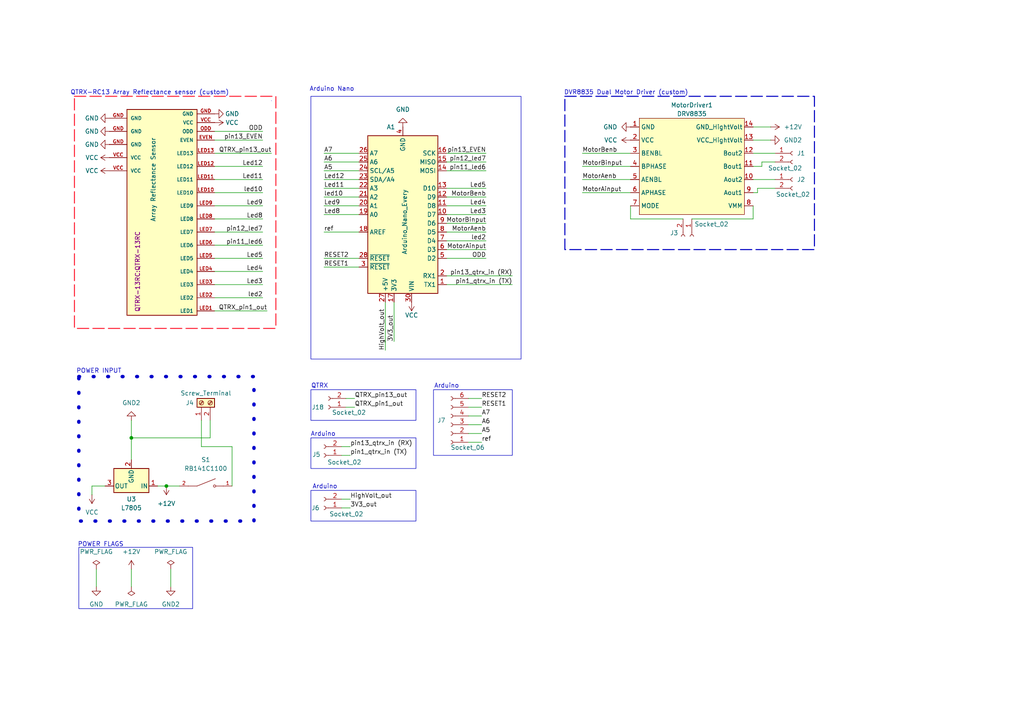
<source format=kicad_sch>
(kicad_sch
	(version 20231120)
	(generator "eeschema")
	(generator_version "8.0")
	(uuid "4914934d-68ef-4a55-9f54-a334c0dbe5f5")
	(paper "A4")
	(title_block
		(title "Follow The Line Robot")
		(date "2024-03-13")
		(company "BillTsol")
	)
	(lib_symbols
		(symbol "Connector:Conn_01x02_Socket"
			(pin_names
				(offset 1.016) hide)
			(exclude_from_sim no)
			(in_bom yes)
			(on_board yes)
			(property "Reference" "J"
				(at 0 2.54 0)
				(effects
					(font
						(size 1.27 1.27)
					)
				)
			)
			(property "Value" "Conn_01x02_Socket"
				(at 0 -5.08 0)
				(effects
					(font
						(size 1.27 1.27)
					)
				)
			)
			(property "Footprint" ""
				(at 0 0 0)
				(effects
					(font
						(size 1.27 1.27)
					)
					(hide yes)
				)
			)
			(property "Datasheet" "~"
				(at 0 0 0)
				(effects
					(font
						(size 1.27 1.27)
					)
					(hide yes)
				)
			)
			(property "Description" "Generic connector, single row, 01x02, script generated"
				(at 0 0 0)
				(effects
					(font
						(size 1.27 1.27)
					)
					(hide yes)
				)
			)
			(property "ki_locked" ""
				(at 0 0 0)
				(effects
					(font
						(size 1.27 1.27)
					)
				)
			)
			(property "ki_keywords" "connector"
				(at 0 0 0)
				(effects
					(font
						(size 1.27 1.27)
					)
					(hide yes)
				)
			)
			(property "ki_fp_filters" "Connector*:*_1x??_*"
				(at 0 0 0)
				(effects
					(font
						(size 1.27 1.27)
					)
					(hide yes)
				)
			)
			(symbol "Conn_01x02_Socket_1_1"
				(arc
					(start 0 -2.032)
					(mid -0.5058 -2.54)
					(end 0 -3.048)
					(stroke
						(width 0.1524)
						(type default)
					)
					(fill
						(type none)
					)
				)
				(polyline
					(pts
						(xy -1.27 -2.54) (xy -0.508 -2.54)
					)
					(stroke
						(width 0.1524)
						(type default)
					)
					(fill
						(type none)
					)
				)
				(polyline
					(pts
						(xy -1.27 0) (xy -0.508 0)
					)
					(stroke
						(width 0.1524)
						(type default)
					)
					(fill
						(type none)
					)
				)
				(arc
					(start 0 0.508)
					(mid -0.5058 0)
					(end 0 -0.508)
					(stroke
						(width 0.1524)
						(type default)
					)
					(fill
						(type none)
					)
				)
				(pin passive line
					(at -5.08 0 0)
					(length 3.81)
					(name "Pin_1"
						(effects
							(font
								(size 1.27 1.27)
							)
						)
					)
					(number "1"
						(effects
							(font
								(size 1.27 1.27)
							)
						)
					)
				)
				(pin passive line
					(at -5.08 -2.54 0)
					(length 3.81)
					(name "Pin_2"
						(effects
							(font
								(size 1.27 1.27)
							)
						)
					)
					(number "2"
						(effects
							(font
								(size 1.27 1.27)
							)
						)
					)
				)
			)
		)
		(symbol "Connector:Conn_01x06_Socket"
			(pin_names
				(offset 1.016) hide)
			(exclude_from_sim no)
			(in_bom yes)
			(on_board yes)
			(property "Reference" "J"
				(at 0 7.62 0)
				(effects
					(font
						(size 1.27 1.27)
					)
				)
			)
			(property "Value" "Conn_01x06_Socket"
				(at 0 -10.16 0)
				(effects
					(font
						(size 1.27 1.27)
					)
				)
			)
			(property "Footprint" ""
				(at 0 0 0)
				(effects
					(font
						(size 1.27 1.27)
					)
					(hide yes)
				)
			)
			(property "Datasheet" "~"
				(at 0 0 0)
				(effects
					(font
						(size 1.27 1.27)
					)
					(hide yes)
				)
			)
			(property "Description" "Generic connector, single row, 01x06, script generated"
				(at 0 0 0)
				(effects
					(font
						(size 1.27 1.27)
					)
					(hide yes)
				)
			)
			(property "ki_locked" ""
				(at 0 0 0)
				(effects
					(font
						(size 1.27 1.27)
					)
				)
			)
			(property "ki_keywords" "connector"
				(at 0 0 0)
				(effects
					(font
						(size 1.27 1.27)
					)
					(hide yes)
				)
			)
			(property "ki_fp_filters" "Connector*:*_1x??_*"
				(at 0 0 0)
				(effects
					(font
						(size 1.27 1.27)
					)
					(hide yes)
				)
			)
			(symbol "Conn_01x06_Socket_1_1"
				(arc
					(start 0 -7.112)
					(mid -0.5058 -7.62)
					(end 0 -8.128)
					(stroke
						(width 0.1524)
						(type default)
					)
					(fill
						(type none)
					)
				)
				(arc
					(start 0 -4.572)
					(mid -0.5058 -5.08)
					(end 0 -5.588)
					(stroke
						(width 0.1524)
						(type default)
					)
					(fill
						(type none)
					)
				)
				(arc
					(start 0 -2.032)
					(mid -0.5058 -2.54)
					(end 0 -3.048)
					(stroke
						(width 0.1524)
						(type default)
					)
					(fill
						(type none)
					)
				)
				(polyline
					(pts
						(xy -1.27 -7.62) (xy -0.508 -7.62)
					)
					(stroke
						(width 0.1524)
						(type default)
					)
					(fill
						(type none)
					)
				)
				(polyline
					(pts
						(xy -1.27 -5.08) (xy -0.508 -5.08)
					)
					(stroke
						(width 0.1524)
						(type default)
					)
					(fill
						(type none)
					)
				)
				(polyline
					(pts
						(xy -1.27 -2.54) (xy -0.508 -2.54)
					)
					(stroke
						(width 0.1524)
						(type default)
					)
					(fill
						(type none)
					)
				)
				(polyline
					(pts
						(xy -1.27 0) (xy -0.508 0)
					)
					(stroke
						(width 0.1524)
						(type default)
					)
					(fill
						(type none)
					)
				)
				(polyline
					(pts
						(xy -1.27 2.54) (xy -0.508 2.54)
					)
					(stroke
						(width 0.1524)
						(type default)
					)
					(fill
						(type none)
					)
				)
				(polyline
					(pts
						(xy -1.27 5.08) (xy -0.508 5.08)
					)
					(stroke
						(width 0.1524)
						(type default)
					)
					(fill
						(type none)
					)
				)
				(arc
					(start 0 0.508)
					(mid -0.5058 0)
					(end 0 -0.508)
					(stroke
						(width 0.1524)
						(type default)
					)
					(fill
						(type none)
					)
				)
				(arc
					(start 0 3.048)
					(mid -0.5058 2.54)
					(end 0 2.032)
					(stroke
						(width 0.1524)
						(type default)
					)
					(fill
						(type none)
					)
				)
				(arc
					(start 0 5.588)
					(mid -0.5058 5.08)
					(end 0 4.572)
					(stroke
						(width 0.1524)
						(type default)
					)
					(fill
						(type none)
					)
				)
				(pin passive line
					(at -5.08 5.08 0)
					(length 3.81)
					(name "Pin_1"
						(effects
							(font
								(size 1.27 1.27)
							)
						)
					)
					(number "1"
						(effects
							(font
								(size 1.27 1.27)
							)
						)
					)
				)
				(pin passive line
					(at -5.08 2.54 0)
					(length 3.81)
					(name "Pin_2"
						(effects
							(font
								(size 1.27 1.27)
							)
						)
					)
					(number "2"
						(effects
							(font
								(size 1.27 1.27)
							)
						)
					)
				)
				(pin passive line
					(at -5.08 0 0)
					(length 3.81)
					(name "Pin_3"
						(effects
							(font
								(size 1.27 1.27)
							)
						)
					)
					(number "3"
						(effects
							(font
								(size 1.27 1.27)
							)
						)
					)
				)
				(pin passive line
					(at -5.08 -2.54 0)
					(length 3.81)
					(name "Pin_4"
						(effects
							(font
								(size 1.27 1.27)
							)
						)
					)
					(number "4"
						(effects
							(font
								(size 1.27 1.27)
							)
						)
					)
				)
				(pin passive line
					(at -5.08 -5.08 0)
					(length 3.81)
					(name "Pin_5"
						(effects
							(font
								(size 1.27 1.27)
							)
						)
					)
					(number "5"
						(effects
							(font
								(size 1.27 1.27)
							)
						)
					)
				)
				(pin passive line
					(at -5.08 -7.62 0)
					(length 3.81)
					(name "Pin_6"
						(effects
							(font
								(size 1.27 1.27)
							)
						)
					)
					(number "6"
						(effects
							(font
								(size 1.27 1.27)
							)
						)
					)
				)
			)
		)
		(symbol "Connector:Screw_Terminal_01x02"
			(pin_names
				(offset 1.016) hide)
			(exclude_from_sim no)
			(in_bom yes)
			(on_board yes)
			(property "Reference" "J"
				(at 0 2.54 0)
				(effects
					(font
						(size 1.27 1.27)
					)
				)
			)
			(property "Value" "Screw_Terminal_01x02"
				(at 0 -5.08 0)
				(effects
					(font
						(size 1.27 1.27)
					)
				)
			)
			(property "Footprint" ""
				(at 0 0 0)
				(effects
					(font
						(size 1.27 1.27)
					)
					(hide yes)
				)
			)
			(property "Datasheet" "~"
				(at 0 0 0)
				(effects
					(font
						(size 1.27 1.27)
					)
					(hide yes)
				)
			)
			(property "Description" "Generic screw terminal, single row, 01x02, script generated (kicad-library-utils/schlib/autogen/connector/)"
				(at 0 0 0)
				(effects
					(font
						(size 1.27 1.27)
					)
					(hide yes)
				)
			)
			(property "ki_keywords" "screw terminal"
				(at 0 0 0)
				(effects
					(font
						(size 1.27 1.27)
					)
					(hide yes)
				)
			)
			(property "ki_fp_filters" "TerminalBlock*:*"
				(at 0 0 0)
				(effects
					(font
						(size 1.27 1.27)
					)
					(hide yes)
				)
			)
			(symbol "Screw_Terminal_01x02_1_1"
				(rectangle
					(start -1.27 1.27)
					(end 1.27 -3.81)
					(stroke
						(width 0.254)
						(type default)
					)
					(fill
						(type background)
					)
				)
				(circle
					(center 0 -2.54)
					(radius 0.635)
					(stroke
						(width 0.1524)
						(type default)
					)
					(fill
						(type none)
					)
				)
				(polyline
					(pts
						(xy -0.5334 -2.2098) (xy 0.3302 -3.048)
					)
					(stroke
						(width 0.1524)
						(type default)
					)
					(fill
						(type none)
					)
				)
				(polyline
					(pts
						(xy -0.5334 0.3302) (xy 0.3302 -0.508)
					)
					(stroke
						(width 0.1524)
						(type default)
					)
					(fill
						(type none)
					)
				)
				(polyline
					(pts
						(xy -0.3556 -2.032) (xy 0.508 -2.8702)
					)
					(stroke
						(width 0.1524)
						(type default)
					)
					(fill
						(type none)
					)
				)
				(polyline
					(pts
						(xy -0.3556 0.508) (xy 0.508 -0.3302)
					)
					(stroke
						(width 0.1524)
						(type default)
					)
					(fill
						(type none)
					)
				)
				(circle
					(center 0 0)
					(radius 0.635)
					(stroke
						(width 0.1524)
						(type default)
					)
					(fill
						(type none)
					)
				)
				(pin passive line
					(at -5.08 0 0)
					(length 3.81)
					(name "Pin_1"
						(effects
							(font
								(size 1.27 1.27)
							)
						)
					)
					(number "1"
						(effects
							(font
								(size 1.27 1.27)
							)
						)
					)
				)
				(pin passive line
					(at -5.08 -2.54 0)
					(length 3.81)
					(name "Pin_2"
						(effects
							(font
								(size 1.27 1.27)
							)
						)
					)
					(number "2"
						(effects
							(font
								(size 1.27 1.27)
							)
						)
					)
				)
			)
		)
		(symbol "Driver_Motor:DRV8835"
			(exclude_from_sim no)
			(in_bom yes)
			(on_board yes)
			(property "Reference" "MotorDriver1"
				(at -27.94 -3.81 0)
				(effects
					(font
						(size 1.27 1.27)
					)
				)
			)
			(property "Value" "DRV8835"
				(at -27.94 -6.35 0)
				(effects
					(font
						(size 1.27 1.27)
					)
				)
			)
			(property "Footprint" "Library:Driver_Motor"
				(at -27.94 -22.86 0)
				(effects
					(font
						(size 1.27 1.27)
					)
					(hide yes)
				)
			)
			(property "Datasheet" ""
				(at -27.94 -22.86 0)
				(effects
					(font
						(size 1.27 1.27)
					)
					(hide yes)
				)
			)
			(property "Description" ""
				(at -27.94 -22.86 0)
				(effects
					(font
						(size 1.27 1.27)
					)
					(hide yes)
				)
			)
			(symbol "DRV8835_1_1"
				(rectangle
					(start -43.18 -7.62)
					(end -12.7 -35.56)
					(stroke
						(width 0)
						(type default)
					)
					(fill
						(type background)
					)
				)
				(pin input line
					(at -45.72 -10.16 0)
					(length 2.54)
					(name "GND"
						(effects
							(font
								(size 1.27 1.27)
							)
						)
					)
					(number "1"
						(effects
							(font
								(size 1.27 1.27)
							)
						)
					)
				)
				(pin input line
					(at -10.16 -25.4 180)
					(length 2.54)
					(name "Aout2"
						(effects
							(font
								(size 1.27 1.27)
							)
						)
					)
					(number "10"
						(effects
							(font
								(size 1.27 1.27)
							)
						)
					)
				)
				(pin input line
					(at -10.16 -21.59 180)
					(length 2.54)
					(name "Bout1"
						(effects
							(font
								(size 1.27 1.27)
							)
						)
					)
					(number "11"
						(effects
							(font
								(size 1.27 1.27)
							)
						)
					)
				)
				(pin input line
					(at -10.16 -17.78 180)
					(length 2.54)
					(name "Bout2"
						(effects
							(font
								(size 1.27 1.27)
							)
						)
					)
					(number "12"
						(effects
							(font
								(size 1.27 1.27)
							)
						)
					)
				)
				(pin input line
					(at -10.16 -13.97 180)
					(length 2.54)
					(name "VCC_HightVolt"
						(effects
							(font
								(size 1.27 1.27)
							)
						)
					)
					(number "13"
						(effects
							(font
								(size 1.27 1.27)
							)
						)
					)
				)
				(pin input line
					(at -10.16 -10.16 180)
					(length 2.54)
					(name "GND_HightVolt"
						(effects
							(font
								(size 1.27 1.27)
							)
						)
					)
					(number "14"
						(effects
							(font
								(size 1.27 1.27)
							)
						)
					)
				)
				(pin input line
					(at -45.72 -13.97 0)
					(length 2.54)
					(name "VCC"
						(effects
							(font
								(size 1.27 1.27)
							)
						)
					)
					(number "2"
						(effects
							(font
								(size 1.27 1.27)
							)
						)
					)
				)
				(pin input line
					(at -45.72 -17.78 0)
					(length 2.54)
					(name "BENBL"
						(effects
							(font
								(size 1.27 1.27)
							)
						)
					)
					(number "3"
						(effects
							(font
								(size 1.27 1.27)
							)
						)
					)
				)
				(pin input line
					(at -45.72 -21.59 0)
					(length 2.54)
					(name "BPHASE"
						(effects
							(font
								(size 1.27 1.27)
							)
						)
					)
					(number "4"
						(effects
							(font
								(size 1.27 1.27)
							)
						)
					)
				)
				(pin input line
					(at -45.72 -25.4 0)
					(length 2.54)
					(name "AENBL"
						(effects
							(font
								(size 1.27 1.27)
							)
						)
					)
					(number "5"
						(effects
							(font
								(size 1.27 1.27)
							)
						)
					)
				)
				(pin input line
					(at -45.72 -29.21 0)
					(length 2.54)
					(name "APHASE"
						(effects
							(font
								(size 1.27 1.27)
							)
						)
					)
					(number "6"
						(effects
							(font
								(size 1.27 1.27)
							)
						)
					)
				)
				(pin input line
					(at -45.72 -33.02 0)
					(length 2.54)
					(name "MODE"
						(effects
							(font
								(size 1.27 1.27)
							)
						)
					)
					(number "7"
						(effects
							(font
								(size 1.27 1.27)
							)
						)
					)
				)
				(pin input line
					(at -10.16 -33.02 180)
					(length 2.54)
					(name "VMM"
						(effects
							(font
								(size 1.27 1.27)
							)
						)
					)
					(number "8"
						(effects
							(font
								(size 1.27 1.27)
							)
						)
					)
				)
				(pin input line
					(at -10.16 -29.21 180)
					(length 2.54)
					(name "Aout1"
						(effects
							(font
								(size 1.27 1.27)
							)
						)
					)
					(number "9"
						(effects
							(font
								(size 1.27 1.27)
							)
						)
					)
				)
			)
		)
		(symbol "MCU_Module:Arduino_Nano_Every"
			(exclude_from_sim no)
			(in_bom yes)
			(on_board yes)
			(property "Reference" "A"
				(at -10.16 23.495 0)
				(effects
					(font
						(size 1.27 1.27)
					)
					(justify left bottom)
				)
			)
			(property "Value" "Arduino_Nano_Every"
				(at 5.08 -24.13 0)
				(effects
					(font
						(size 1.27 1.27)
					)
					(justify left top)
				)
			)
			(property "Footprint" "Module:Arduino_Nano"
				(at 0 0 0)
				(effects
					(font
						(size 1.27 1.27)
						(italic yes)
					)
					(hide yes)
				)
			)
			(property "Datasheet" "https://content.arduino.cc/assets/NANOEveryV3.0_sch.pdf"
				(at 0 0 0)
				(effects
					(font
						(size 1.27 1.27)
					)
					(hide yes)
				)
			)
			(property "Description" "Arduino Nano Every"
				(at 0 0 0)
				(effects
					(font
						(size 1.27 1.27)
					)
					(hide yes)
				)
			)
			(property "ki_keywords" "Arduino nano microcontroller module USB UPDI AATMega4809 AVR"
				(at 0 0 0)
				(effects
					(font
						(size 1.27 1.27)
					)
					(hide yes)
				)
			)
			(property "ki_fp_filters" "Arduino*Nano*"
				(at 0 0 0)
				(effects
					(font
						(size 1.27 1.27)
					)
					(hide yes)
				)
			)
			(symbol "Arduino_Nano_Every_0_1"
				(rectangle
					(start -10.16 22.86)
					(end 10.16 -22.86)
					(stroke
						(width 0.254)
						(type default)
					)
					(fill
						(type background)
					)
				)
			)
			(symbol "Arduino_Nano_Every_1_1"
				(pin bidirectional line
					(at -12.7 20.32 0)
					(length 2.54)
					(name "TX1"
						(effects
							(font
								(size 1.27 1.27)
							)
						)
					)
					(number "1"
						(effects
							(font
								(size 1.27 1.27)
							)
						)
					)
				)
				(pin bidirectional line
					(at -12.7 0 0)
					(length 2.54)
					(name "D7"
						(effects
							(font
								(size 1.27 1.27)
							)
						)
					)
					(number "10"
						(effects
							(font
								(size 1.27 1.27)
							)
						)
					)
				)
				(pin bidirectional line
					(at -12.7 -2.54 0)
					(length 2.54)
					(name "D8"
						(effects
							(font
								(size 1.27 1.27)
							)
						)
					)
					(number "11"
						(effects
							(font
								(size 1.27 1.27)
							)
						)
					)
				)
				(pin bidirectional line
					(at -12.7 -5.08 0)
					(length 2.54)
					(name "D9"
						(effects
							(font
								(size 1.27 1.27)
							)
						)
					)
					(number "12"
						(effects
							(font
								(size 1.27 1.27)
							)
						)
					)
				)
				(pin bidirectional line
					(at -12.7 -7.62 0)
					(length 2.54)
					(name "D10"
						(effects
							(font
								(size 1.27 1.27)
							)
						)
					)
					(number "13"
						(effects
							(font
								(size 1.27 1.27)
							)
						)
					)
				)
				(pin bidirectional line
					(at -12.7 -12.7 0)
					(length 2.54)
					(name "MOSI"
						(effects
							(font
								(size 1.27 1.27)
							)
						)
					)
					(number "14"
						(effects
							(font
								(size 1.27 1.27)
							)
						)
					)
				)
				(pin bidirectional line
					(at -12.7 -15.24 0)
					(length 2.54)
					(name "MISO"
						(effects
							(font
								(size 1.27 1.27)
							)
						)
					)
					(number "15"
						(effects
							(font
								(size 1.27 1.27)
							)
						)
					)
				)
				(pin bidirectional line
					(at -12.7 -17.78 0)
					(length 2.54)
					(name "SCK"
						(effects
							(font
								(size 1.27 1.27)
							)
						)
					)
					(number "16"
						(effects
							(font
								(size 1.27 1.27)
							)
						)
					)
				)
				(pin power_out line
					(at 2.54 25.4 270)
					(length 2.54)
					(name "3V3"
						(effects
							(font
								(size 1.27 1.27)
							)
						)
					)
					(number "17"
						(effects
							(font
								(size 1.27 1.27)
							)
						)
					)
				)
				(pin input line
					(at 12.7 5.08 180)
					(length 2.54)
					(name "AREF"
						(effects
							(font
								(size 1.27 1.27)
							)
						)
					)
					(number "18"
						(effects
							(font
								(size 1.27 1.27)
							)
						)
					)
				)
				(pin bidirectional line
					(at 12.7 0 180)
					(length 2.54)
					(name "A0"
						(effects
							(font
								(size 1.27 1.27)
							)
						)
					)
					(number "19"
						(effects
							(font
								(size 1.27 1.27)
							)
						)
					)
				)
				(pin bidirectional line
					(at -12.7 17.78 0)
					(length 2.54)
					(name "RX1"
						(effects
							(font
								(size 1.27 1.27)
							)
						)
					)
					(number "2"
						(effects
							(font
								(size 1.27 1.27)
							)
						)
					)
				)
				(pin bidirectional line
					(at 12.7 -2.54 180)
					(length 2.54)
					(name "A1"
						(effects
							(font
								(size 1.27 1.27)
							)
						)
					)
					(number "20"
						(effects
							(font
								(size 1.27 1.27)
							)
						)
					)
				)
				(pin bidirectional line
					(at 12.7 -5.08 180)
					(length 2.54)
					(name "A2"
						(effects
							(font
								(size 1.27 1.27)
							)
						)
					)
					(number "21"
						(effects
							(font
								(size 1.27 1.27)
							)
						)
					)
				)
				(pin bidirectional line
					(at 12.7 -7.62 180)
					(length 2.54)
					(name "A3"
						(effects
							(font
								(size 1.27 1.27)
							)
						)
					)
					(number "22"
						(effects
							(font
								(size 1.27 1.27)
							)
						)
					)
				)
				(pin bidirectional line
					(at 12.7 -10.16 180)
					(length 2.54)
					(name "SDA/A4"
						(effects
							(font
								(size 1.27 1.27)
							)
						)
					)
					(number "23"
						(effects
							(font
								(size 1.27 1.27)
							)
						)
					)
				)
				(pin bidirectional line
					(at 12.7 -12.7 180)
					(length 2.54)
					(name "SCL/A5"
						(effects
							(font
								(size 1.27 1.27)
							)
						)
					)
					(number "24"
						(effects
							(font
								(size 1.27 1.27)
							)
						)
					)
				)
				(pin bidirectional line
					(at 12.7 -15.24 180)
					(length 2.54)
					(name "A6"
						(effects
							(font
								(size 1.27 1.27)
							)
						)
					)
					(number "25"
						(effects
							(font
								(size 1.27 1.27)
							)
						)
					)
				)
				(pin bidirectional line
					(at 12.7 -17.78 180)
					(length 2.54)
					(name "A7"
						(effects
							(font
								(size 1.27 1.27)
							)
						)
					)
					(number "26"
						(effects
							(font
								(size 1.27 1.27)
							)
						)
					)
				)
				(pin power_out line
					(at 5.08 25.4 270)
					(length 2.54)
					(name "+5V"
						(effects
							(font
								(size 1.27 1.27)
							)
						)
					)
					(number "27"
						(effects
							(font
								(size 1.27 1.27)
							)
						)
					)
				)
				(pin input line
					(at 12.7 12.7 180)
					(length 2.54)
					(name "~{RESET}"
						(effects
							(font
								(size 1.27 1.27)
							)
						)
					)
					(number "28"
						(effects
							(font
								(size 1.27 1.27)
							)
						)
					)
				)
				(pin passive line
					(at 0 -25.4 90)
					(length 2.54) hide
					(name "GND"
						(effects
							(font
								(size 1.27 1.27)
							)
						)
					)
					(number "29"
						(effects
							(font
								(size 1.27 1.27)
							)
						)
					)
				)
				(pin input line
					(at 12.7 15.24 180)
					(length 2.54)
					(name "~{RESET}"
						(effects
							(font
								(size 1.27 1.27)
							)
						)
					)
					(number "3"
						(effects
							(font
								(size 1.27 1.27)
							)
						)
					)
				)
				(pin power_in line
					(at -2.54 25.4 270)
					(length 2.54)
					(name "VIN"
						(effects
							(font
								(size 1.27 1.27)
							)
						)
					)
					(number "30"
						(effects
							(font
								(size 1.27 1.27)
							)
						)
					)
				)
				(pin power_in line
					(at 0 -25.4 90)
					(length 2.54)
					(name "GND"
						(effects
							(font
								(size 1.27 1.27)
							)
						)
					)
					(number "4"
						(effects
							(font
								(size 1.27 1.27)
							)
						)
					)
				)
				(pin bidirectional line
					(at -12.7 12.7 0)
					(length 2.54)
					(name "D2"
						(effects
							(font
								(size 1.27 1.27)
							)
						)
					)
					(number "5"
						(effects
							(font
								(size 1.27 1.27)
							)
						)
					)
				)
				(pin bidirectional line
					(at -12.7 10.16 0)
					(length 2.54)
					(name "D3"
						(effects
							(font
								(size 1.27 1.27)
							)
						)
					)
					(number "6"
						(effects
							(font
								(size 1.27 1.27)
							)
						)
					)
				)
				(pin bidirectional line
					(at -12.7 7.62 0)
					(length 2.54)
					(name "D4"
						(effects
							(font
								(size 1.27 1.27)
							)
						)
					)
					(number "7"
						(effects
							(font
								(size 1.27 1.27)
							)
						)
					)
				)
				(pin bidirectional line
					(at -12.7 5.08 0)
					(length 2.54)
					(name "D5"
						(effects
							(font
								(size 1.27 1.27)
							)
						)
					)
					(number "8"
						(effects
							(font
								(size 1.27 1.27)
							)
						)
					)
				)
				(pin bidirectional line
					(at -12.7 2.54 0)
					(length 2.54)
					(name "D6"
						(effects
							(font
								(size 1.27 1.27)
							)
						)
					)
					(number "9"
						(effects
							(font
								(size 1.27 1.27)
							)
						)
					)
				)
			)
		)
		(symbol "QTR-8A:QTR-8A"
			(pin_names
				(offset 1.016)
			)
			(exclude_from_sim no)
			(in_bom yes)
			(on_board yes)
			(property "Reference" "U2"
				(at 11.43 -8.89 0)
				(effects
					(font
						(size 1.27 1.27)
					)
					(hide yes)
				)
			)
			(property "Value" "Array Reflectance Sensor"
				(at 39.37 -7.62 0)
				(effects
					(font
						(size 1.27 1.27)
					)
				)
			)
			(property "Footprint" "QTRX-13RC:QTRX-13RC"
				(at 12.7 -3.81 0)
				(effects
					(font
						(size 1.27 1.27)
					)
					(justify bottom)
				)
			)
			(property "Datasheet" ""
				(at 0 0 0)
				(effects
					(font
						(size 1.27 1.27)
					)
					(hide yes)
				)
			)
			(property "Description" ""
				(at 0 0 0)
				(effects
					(font
						(size 1.27 1.27)
					)
					(hide yes)
				)
			)
			(property "MF" ""
				(at 0 0 0)
				(effects
					(font
						(size 1.27 1.27)
					)
					(justify bottom)
					(hide yes)
				)
			)
			(property "Description_1" ""
				(at 0 0 0)
				(effects
					(font
						(size 1.27 1.27)
					)
					(justify bottom)
					(hide yes)
				)
			)
			(property "Package" ""
				(at 0 0 0)
				(effects
					(font
						(size 1.27 1.27)
					)
					(justify bottom)
					(hide yes)
				)
			)
			(property "Price" ""
				(at 0 0 0)
				(effects
					(font
						(size 1.27 1.27)
					)
					(justify bottom)
					(hide yes)
				)
			)
			(property "SnapEDA_Link" ""
				(at 0 0 0)
				(effects
					(font
						(size 1.27 1.27)
					)
					(justify bottom)
					(hide yes)
				)
			)
			(property "MP" ""
				(at 0 0 0)
				(effects
					(font
						(size 1.27 1.27)
					)
					(justify bottom)
					(hide yes)
				)
			)
			(property "Availability" ""
				(at 0 0 0)
				(effects
					(font
						(size 1.27 1.27)
					)
					(justify bottom)
					(hide yes)
				)
			)
			(property "Check_prices" ""
				(at 0 0 0)
				(effects
					(font
						(size 1.27 1.27)
					)
					(justify bottom)
					(hide yes)
				)
			)
			(symbol "QTR-8A_0_0"
				(pin bidirectional line
					(at 5.08 -25.4 90)
					(length 5.08)
					(name "LED2"
						(effects
							(font
								(size 1.016 1.016)
							)
						)
					)
					(number "LED2"
						(effects
							(font
								(size 1.016 1.016)
							)
						)
					)
				)
				(pin bidirectional line
					(at 8.89 -25.4 90)
					(length 5.08)
					(name "LED3"
						(effects
							(font
								(size 1.016 1.016)
							)
						)
					)
					(number "LED3"
						(effects
							(font
								(size 1.016 1.016)
							)
						)
					)
				)
				(pin bidirectional line
					(at 12.7 -25.4 90)
					(length 5.08)
					(name "LED4"
						(effects
							(font
								(size 1.016 1.016)
							)
						)
					)
					(number "LED4"
						(effects
							(font
								(size 1.016 1.016)
							)
						)
					)
				)
				(pin bidirectional line
					(at 16.51 -25.4 90)
					(length 5.08)
					(name "LED5"
						(effects
							(font
								(size 1.016 1.016)
							)
						)
					)
					(number "LED5"
						(effects
							(font
								(size 1.016 1.016)
							)
						)
					)
				)
				(pin bidirectional line
					(at 20.32 -25.4 90)
					(length 5.08)
					(name "LED6"
						(effects
							(font
								(size 1.016 1.016)
							)
						)
					)
					(number "LED6"
						(effects
							(font
								(size 1.016 1.016)
							)
						)
					)
				)
				(pin bidirectional line
					(at 27.94 -25.4 90)
					(length 5.08)
					(name "LED8"
						(effects
							(font
								(size 1.016 1.016)
							)
						)
					)
					(number "LED8"
						(effects
							(font
								(size 1.016 1.016)
							)
						)
					)
				)
			)
			(symbol "QTR-8A_1_0"
				(rectangle
					(start 0 0)
					(end 59.69 -20.32)
					(stroke
						(width 0.254)
						(type default)
					)
					(fill
						(type background)
					)
				)
				(pin bidirectional line
					(at 50.8 -25.4 90)
					(length 5.08)
					(name "EVEN"
						(effects
							(font
								(size 1.016 1.016)
							)
						)
					)
					(number "EVEN"
						(effects
							(font
								(size 1.016 1.016)
							)
						)
					)
				)
				(pin power_in line
					(at 49.53 5.08 270)
					(length 5.08)
					(name "GND"
						(effects
							(font
								(size 1.016 1.016)
							)
						)
					)
					(number "GND"
						(effects
							(font
								(size 1.016 1.016)
							)
						)
					)
				)
				(pin power_in line
					(at 53.34 5.08 270)
					(length 5.08)
					(name "GND"
						(effects
							(font
								(size 1.016 1.016)
							)
						)
					)
					(number "GND"
						(effects
							(font
								(size 1.016 1.016)
							)
						)
					)
				)
				(pin power_in line
					(at 57.15 5.08 270)
					(length 5.08)
					(name "GND"
						(effects
							(font
								(size 1.016 1.016)
							)
						)
					)
					(number "GND"
						(effects
							(font
								(size 1.016 1.016)
							)
						)
					)
				)
				(pin power_in line
					(at 58.42 -25.4 90)
					(length 5.08)
					(name "GND"
						(effects
							(font
								(size 1.016 1.016)
							)
						)
					)
					(number "GND"
						(effects
							(font
								(size 1.016 1.016)
							)
						)
					)
				)
				(pin bidirectional line
					(at 1.27 -25.4 90)
					(length 5.08)
					(name "LED1"
						(effects
							(font
								(size 1.016 1.016)
							)
						)
					)
					(number "LED1"
						(effects
							(font
								(size 1.016 1.016)
							)
						)
					)
				)
				(pin bidirectional line
					(at 35.56 -25.4 90)
					(length 5.08)
					(name "LED10"
						(effects
							(font
								(size 1.016 1.016)
							)
						)
					)
					(number "LED10"
						(effects
							(font
								(size 1.016 1.016)
							)
						)
					)
				)
				(pin bidirectional line
					(at 39.37 -25.4 90)
					(length 5.08)
					(name "LED11"
						(effects
							(font
								(size 1.016 1.016)
							)
						)
					)
					(number "LED11"
						(effects
							(font
								(size 1.016 1.016)
							)
						)
					)
				)
				(pin bidirectional line
					(at 43.18 -25.4 90)
					(length 5.08)
					(name "LED12"
						(effects
							(font
								(size 1.016 1.016)
							)
						)
					)
					(number "LED12"
						(effects
							(font
								(size 1.016 1.016)
							)
						)
					)
				)
				(pin bidirectional line
					(at 46.99 -25.4 90)
					(length 5.08)
					(name "LED13"
						(effects
							(font
								(size 1.016 1.016)
							)
						)
					)
					(number "LED13"
						(effects
							(font
								(size 1.016 1.016)
							)
						)
					)
				)
				(pin bidirectional line
					(at 24.13 -25.4 90)
					(length 5.08)
					(name "LED7"
						(effects
							(font
								(size 1.016 1.016)
							)
						)
					)
					(number "LED7"
						(effects
							(font
								(size 1.016 1.016)
							)
						)
					)
				)
				(pin bidirectional line
					(at 31.75 -25.4 90)
					(length 5.08)
					(name "LED9"
						(effects
							(font
								(size 1.016 1.016)
							)
						)
					)
					(number "LED9"
						(effects
							(font
								(size 1.016 1.016)
							)
						)
					)
				)
				(pin bidirectional line
					(at 53.34 -25.4 90)
					(length 5.08)
					(name "ODD"
						(effects
							(font
								(size 1.016 1.016)
							)
						)
					)
					(number "ODD"
						(effects
							(font
								(size 1.016 1.016)
							)
						)
					)
				)
				(pin power_in line
					(at 41.91 5.08 270)
					(length 5.08)
					(name "VCC"
						(effects
							(font
								(size 1.016 1.016)
							)
						)
					)
					(number "VCC"
						(effects
							(font
								(size 1.016 1.016)
							)
						)
					)
				)
				(pin power_in line
					(at 45.72 5.08 270)
					(length 5.08)
					(name "VCC"
						(effects
							(font
								(size 1.016 1.016)
							)
						)
					)
					(number "VCC"
						(effects
							(font
								(size 1.016 1.016)
							)
						)
					)
				)
				(pin power_in line
					(at 55.88 -25.4 90)
					(length 5.08)
					(name "VCC"
						(effects
							(font
								(size 1.016 1.016)
							)
						)
					)
					(number "VCC"
						(effects
							(font
								(size 1.016 1.016)
							)
						)
					)
				)
			)
		)
		(symbol "RB141C1100:RB141C1100"
			(pin_names
				(offset 1.016)
			)
			(exclude_from_sim no)
			(in_bom yes)
			(on_board yes)
			(property "Reference" "S"
				(at -2.54 2.54 0)
				(effects
					(font
						(size 1.27 1.27)
					)
					(justify left bottom)
				)
			)
			(property "Value" "RB141C1100"
				(at -2.54 -2.54 0)
				(effects
					(font
						(size 1.27 1.27)
					)
					(justify left top)
				)
			)
			(property "Footprint" "RB141C1100:SW_RB141C1100"
				(at 0 0 0)
				(effects
					(font
						(size 1.27 1.27)
					)
					(justify bottom)
					(hide yes)
				)
			)
			(property "Datasheet" ""
				(at 0 0 0)
				(effects
					(font
						(size 1.27 1.27)
					)
					(hide yes)
				)
			)
			(property "Description" ""
				(at 0 0 0)
				(effects
					(font
						(size 1.27 1.27)
					)
					(hide yes)
				)
			)
			(property "MF" "E-Switch"
				(at 0 0 0)
				(effects
					(font
						(size 1.27 1.27)
					)
					(justify bottom)
					(hide yes)
				)
			)
			(property "MAXIMUM_PACKAGE_HEIGHT" "25.9mm"
				(at 0 0 0)
				(effects
					(font
						(size 1.27 1.27)
					)
					(justify bottom)
					(hide yes)
				)
			)
			(property "Package" "None"
				(at 0 0 0)
				(effects
					(font
						(size 1.27 1.27)
					)
					(justify bottom)
					(hide yes)
				)
			)
			(property "Price" "None"
				(at 0 0 0)
				(effects
					(font
						(size 1.27 1.27)
					)
					(justify bottom)
					(hide yes)
				)
			)
			(property "Check_prices" "https://www.snapeda.com/parts/RB141C1100/E-Switch/view-part/?ref=eda"
				(at 0 0 0)
				(effects
					(font
						(size 1.27 1.27)
					)
					(justify bottom)
					(hide yes)
				)
			)
			(property "STANDARD" "Manufacturer Recommendations"
				(at 0 0 0)
				(effects
					(font
						(size 1.27 1.27)
					)
					(justify bottom)
					(hide yes)
				)
			)
			(property "PARTREV" "C"
				(at 0 0 0)
				(effects
					(font
						(size 1.27 1.27)
					)
					(justify bottom)
					(hide yes)
				)
			)
			(property "SnapEDA_Link" "https://www.snapeda.com/parts/RB141C1100/E-Switch/view-part/?ref=snap"
				(at 0 0 0)
				(effects
					(font
						(size 1.27 1.27)
					)
					(justify bottom)
					(hide yes)
				)
			)
			(property "MP" "RB141C1100"
				(at 0 0 0)
				(effects
					(font
						(size 1.27 1.27)
					)
					(justify bottom)
					(hide yes)
				)
			)
			(property "Description_1" "\nRocker Switch, RB1 Series, SPST, ON-OFF, Non-Illum, Black, 15A, 125VAC, QC | E-Switch RB141C1100\n"
				(at 0 0 0)
				(effects
					(font
						(size 1.27 1.27)
					)
					(justify bottom)
					(hide yes)
				)
			)
			(property "Availability" "In Stock"
				(at 0 0 0)
				(effects
					(font
						(size 1.27 1.27)
					)
					(justify bottom)
					(hide yes)
				)
			)
			(property "MANUFACTURER" "E-SWITCH"
				(at 0 0 0)
				(effects
					(font
						(size 1.27 1.27)
					)
					(justify bottom)
					(hide yes)
				)
			)
			(symbol "RB141C1100_0_0"
				(polyline
					(pts
						(xy -2.54 0) (xy -5.08 0)
					)
					(stroke
						(width 0.1524)
						(type default)
					)
					(fill
						(type none)
					)
				)
				(polyline
					(pts
						(xy -2.54 0) (xy 2.794 2.1336)
					)
					(stroke
						(width 0.1524)
						(type default)
					)
					(fill
						(type none)
					)
				)
				(polyline
					(pts
						(xy 5.08 0) (xy 2.921 0)
					)
					(stroke
						(width 0.1524)
						(type default)
					)
					(fill
						(type none)
					)
				)
				(circle
					(center 2.54 0)
					(radius 0.3302)
					(stroke
						(width 0.1524)
						(type default)
					)
					(fill
						(type none)
					)
				)
				(pin passive line
					(at 7.62 0 180)
					(length 2.54)
					(name "~"
						(effects
							(font
								(size 1.016 1.016)
							)
						)
					)
					(number "1"
						(effects
							(font
								(size 1.016 1.016)
							)
						)
					)
				)
				(pin passive line
					(at -7.62 0 0)
					(length 2.54)
					(name "~"
						(effects
							(font
								(size 1.016 1.016)
							)
						)
					)
					(number "2"
						(effects
							(font
								(size 1.016 1.016)
							)
						)
					)
				)
			)
		)
		(symbol "Regulator_Linear:L7805"
			(pin_names
				(offset 0.254)
			)
			(exclude_from_sim no)
			(in_bom yes)
			(on_board yes)
			(property "Reference" "U"
				(at -3.81 3.175 0)
				(effects
					(font
						(size 1.27 1.27)
					)
				)
			)
			(property "Value" "L7805"
				(at 0 3.175 0)
				(effects
					(font
						(size 1.27 1.27)
					)
					(justify left)
				)
			)
			(property "Footprint" ""
				(at 0.635 -3.81 0)
				(effects
					(font
						(size 1.27 1.27)
						(italic yes)
					)
					(justify left)
					(hide yes)
				)
			)
			(property "Datasheet" "http://www.st.com/content/ccc/resource/technical/document/datasheet/41/4f/b3/b0/12/d4/47/88/CD00000444.pdf/files/CD00000444.pdf/jcr:content/translations/en.CD00000444.pdf"
				(at 0 -1.27 0)
				(effects
					(font
						(size 1.27 1.27)
					)
					(hide yes)
				)
			)
			(property "Description" "Positive 1.5A 35V Linear Regulator, Fixed Output 5V, TO-220/TO-263/TO-252"
				(at 0 0 0)
				(effects
					(font
						(size 1.27 1.27)
					)
					(hide yes)
				)
			)
			(property "ki_keywords" "Voltage Regulator 1.5A Positive"
				(at 0 0 0)
				(effects
					(font
						(size 1.27 1.27)
					)
					(hide yes)
				)
			)
			(property "ki_fp_filters" "TO?252* TO?263* TO?220*"
				(at 0 0 0)
				(effects
					(font
						(size 1.27 1.27)
					)
					(hide yes)
				)
			)
			(symbol "L7805_0_1"
				(rectangle
					(start -5.08 1.905)
					(end 5.08 -5.08)
					(stroke
						(width 0.254)
						(type default)
					)
					(fill
						(type background)
					)
				)
			)
			(symbol "L7805_1_1"
				(pin power_in line
					(at -7.62 0 0)
					(length 2.54)
					(name "IN"
						(effects
							(font
								(size 1.27 1.27)
							)
						)
					)
					(number "1"
						(effects
							(font
								(size 1.27 1.27)
							)
						)
					)
				)
				(pin power_in line
					(at 0 -7.62 90)
					(length 2.54)
					(name "GND"
						(effects
							(font
								(size 1.27 1.27)
							)
						)
					)
					(number "2"
						(effects
							(font
								(size 1.27 1.27)
							)
						)
					)
				)
				(pin power_out line
					(at 7.62 0 180)
					(length 2.54)
					(name "OUT"
						(effects
							(font
								(size 1.27 1.27)
							)
						)
					)
					(number "3"
						(effects
							(font
								(size 1.27 1.27)
							)
						)
					)
				)
			)
		)
		(symbol "power:+12V"
			(power)
			(pin_numbers hide)
			(pin_names
				(offset 0) hide)
			(exclude_from_sim no)
			(in_bom yes)
			(on_board yes)
			(property "Reference" "#PWR"
				(at 0 -3.81 0)
				(effects
					(font
						(size 1.27 1.27)
					)
					(hide yes)
				)
			)
			(property "Value" "+12V"
				(at 0 3.556 0)
				(effects
					(font
						(size 1.27 1.27)
					)
				)
			)
			(property "Footprint" ""
				(at 0 0 0)
				(effects
					(font
						(size 1.27 1.27)
					)
					(hide yes)
				)
			)
			(property "Datasheet" ""
				(at 0 0 0)
				(effects
					(font
						(size 1.27 1.27)
					)
					(hide yes)
				)
			)
			(property "Description" "Power symbol creates a global label with name \"+12V\""
				(at 0 0 0)
				(effects
					(font
						(size 1.27 1.27)
					)
					(hide yes)
				)
			)
			(property "ki_keywords" "global power"
				(at 0 0 0)
				(effects
					(font
						(size 1.27 1.27)
					)
					(hide yes)
				)
			)
			(symbol "+12V_0_1"
				(polyline
					(pts
						(xy -0.762 1.27) (xy 0 2.54)
					)
					(stroke
						(width 0)
						(type default)
					)
					(fill
						(type none)
					)
				)
				(polyline
					(pts
						(xy 0 0) (xy 0 2.54)
					)
					(stroke
						(width 0)
						(type default)
					)
					(fill
						(type none)
					)
				)
				(polyline
					(pts
						(xy 0 2.54) (xy 0.762 1.27)
					)
					(stroke
						(width 0)
						(type default)
					)
					(fill
						(type none)
					)
				)
			)
			(symbol "+12V_1_1"
				(pin power_in line
					(at 0 0 90)
					(length 0)
					(name "~"
						(effects
							(font
								(size 1.27 1.27)
							)
						)
					)
					(number "1"
						(effects
							(font
								(size 1.27 1.27)
							)
						)
					)
				)
			)
		)
		(symbol "power:GND"
			(power)
			(pin_numbers hide)
			(pin_names
				(offset 0) hide)
			(exclude_from_sim no)
			(in_bom yes)
			(on_board yes)
			(property "Reference" "#PWR"
				(at 0 -6.35 0)
				(effects
					(font
						(size 1.27 1.27)
					)
					(hide yes)
				)
			)
			(property "Value" "GND"
				(at 0 -3.81 0)
				(effects
					(font
						(size 1.27 1.27)
					)
				)
			)
			(property "Footprint" ""
				(at 0 0 0)
				(effects
					(font
						(size 1.27 1.27)
					)
					(hide yes)
				)
			)
			(property "Datasheet" ""
				(at 0 0 0)
				(effects
					(font
						(size 1.27 1.27)
					)
					(hide yes)
				)
			)
			(property "Description" "Power symbol creates a global label with name \"GND\" , ground"
				(at 0 0 0)
				(effects
					(font
						(size 1.27 1.27)
					)
					(hide yes)
				)
			)
			(property "ki_keywords" "global power"
				(at 0 0 0)
				(effects
					(font
						(size 1.27 1.27)
					)
					(hide yes)
				)
			)
			(symbol "GND_0_1"
				(polyline
					(pts
						(xy 0 0) (xy 0 -1.27) (xy 1.27 -1.27) (xy 0 -2.54) (xy -1.27 -1.27) (xy 0 -1.27)
					)
					(stroke
						(width 0)
						(type default)
					)
					(fill
						(type none)
					)
				)
			)
			(symbol "GND_1_1"
				(pin power_in line
					(at 0 0 270)
					(length 0)
					(name "~"
						(effects
							(font
								(size 1.27 1.27)
							)
						)
					)
					(number "1"
						(effects
							(font
								(size 1.27 1.27)
							)
						)
					)
				)
			)
		)
		(symbol "power:GND2"
			(power)
			(pin_numbers hide)
			(pin_names
				(offset 0) hide)
			(exclude_from_sim no)
			(in_bom yes)
			(on_board yes)
			(property "Reference" "#PWR"
				(at 0 -6.35 0)
				(effects
					(font
						(size 1.27 1.27)
					)
					(hide yes)
				)
			)
			(property "Value" "GND2"
				(at 0 -3.81 0)
				(effects
					(font
						(size 1.27 1.27)
					)
				)
			)
			(property "Footprint" ""
				(at 0 0 0)
				(effects
					(font
						(size 1.27 1.27)
					)
					(hide yes)
				)
			)
			(property "Datasheet" ""
				(at 0 0 0)
				(effects
					(font
						(size 1.27 1.27)
					)
					(hide yes)
				)
			)
			(property "Description" "Power symbol creates a global label with name \"GND2\" , ground"
				(at 0 0 0)
				(effects
					(font
						(size 1.27 1.27)
					)
					(hide yes)
				)
			)
			(property "ki_keywords" "global power"
				(at 0 0 0)
				(effects
					(font
						(size 1.27 1.27)
					)
					(hide yes)
				)
			)
			(symbol "GND2_0_1"
				(polyline
					(pts
						(xy 0 0) (xy 0 -1.27) (xy 1.27 -1.27) (xy 0 -2.54) (xy -1.27 -1.27) (xy 0 -1.27)
					)
					(stroke
						(width 0)
						(type default)
					)
					(fill
						(type none)
					)
				)
			)
			(symbol "GND2_1_1"
				(pin power_in line
					(at 0 0 270)
					(length 0)
					(name "~"
						(effects
							(font
								(size 1.27 1.27)
							)
						)
					)
					(number "1"
						(effects
							(font
								(size 1.27 1.27)
							)
						)
					)
				)
			)
		)
		(symbol "power:PWR_FLAG"
			(power)
			(pin_numbers hide)
			(pin_names
				(offset 0) hide)
			(exclude_from_sim no)
			(in_bom yes)
			(on_board yes)
			(property "Reference" "#FLG"
				(at 0 1.905 0)
				(effects
					(font
						(size 1.27 1.27)
					)
					(hide yes)
				)
			)
			(property "Value" "PWR_FLAG"
				(at 0 3.81 0)
				(effects
					(font
						(size 1.27 1.27)
					)
				)
			)
			(property "Footprint" ""
				(at 0 0 0)
				(effects
					(font
						(size 1.27 1.27)
					)
					(hide yes)
				)
			)
			(property "Datasheet" "~"
				(at 0 0 0)
				(effects
					(font
						(size 1.27 1.27)
					)
					(hide yes)
				)
			)
			(property "Description" "Special symbol for telling ERC where power comes from"
				(at 0 0 0)
				(effects
					(font
						(size 1.27 1.27)
					)
					(hide yes)
				)
			)
			(property "ki_keywords" "flag power"
				(at 0 0 0)
				(effects
					(font
						(size 1.27 1.27)
					)
					(hide yes)
				)
			)
			(symbol "PWR_FLAG_0_0"
				(pin power_out line
					(at 0 0 90)
					(length 0)
					(name "~"
						(effects
							(font
								(size 1.27 1.27)
							)
						)
					)
					(number "1"
						(effects
							(font
								(size 1.27 1.27)
							)
						)
					)
				)
			)
			(symbol "PWR_FLAG_0_1"
				(polyline
					(pts
						(xy 0 0) (xy 0 1.27) (xy -1.016 1.905) (xy 0 2.54) (xy 1.016 1.905) (xy 0 1.27)
					)
					(stroke
						(width 0)
						(type default)
					)
					(fill
						(type none)
					)
				)
			)
		)
		(symbol "power:VCC"
			(power)
			(pin_numbers hide)
			(pin_names
				(offset 0) hide)
			(exclude_from_sim no)
			(in_bom yes)
			(on_board yes)
			(property "Reference" "#PWR"
				(at 0 -3.81 0)
				(effects
					(font
						(size 1.27 1.27)
					)
					(hide yes)
				)
			)
			(property "Value" "VCC"
				(at 0 3.556 0)
				(effects
					(font
						(size 1.27 1.27)
					)
				)
			)
			(property "Footprint" ""
				(at 0 0 0)
				(effects
					(font
						(size 1.27 1.27)
					)
					(hide yes)
				)
			)
			(property "Datasheet" ""
				(at 0 0 0)
				(effects
					(font
						(size 1.27 1.27)
					)
					(hide yes)
				)
			)
			(property "Description" "Power symbol creates a global label with name \"VCC\""
				(at 0 0 0)
				(effects
					(font
						(size 1.27 1.27)
					)
					(hide yes)
				)
			)
			(property "ki_keywords" "global power"
				(at 0 0 0)
				(effects
					(font
						(size 1.27 1.27)
					)
					(hide yes)
				)
			)
			(symbol "VCC_0_1"
				(polyline
					(pts
						(xy -0.762 1.27) (xy 0 2.54)
					)
					(stroke
						(width 0)
						(type default)
					)
					(fill
						(type none)
					)
				)
				(polyline
					(pts
						(xy 0 0) (xy 0 2.54)
					)
					(stroke
						(width 0)
						(type default)
					)
					(fill
						(type none)
					)
				)
				(polyline
					(pts
						(xy 0 2.54) (xy 0.762 1.27)
					)
					(stroke
						(width 0)
						(type default)
					)
					(fill
						(type none)
					)
				)
			)
			(symbol "VCC_1_1"
				(pin power_in line
					(at 0 0 90)
					(length 0)
					(name "~"
						(effects
							(font
								(size 1.27 1.27)
							)
						)
					)
					(number "1"
						(effects
							(font
								(size 1.27 1.27)
							)
						)
					)
				)
			)
		)
	)
	(junction
		(at 38.1 127)
		(diameter 0)
		(color 0 0 0 0)
		(uuid "19a9f942-804a-430e-b3e5-c26d6990376d")
	)
	(junction
		(at 48.26 140.97)
		(diameter 0)
		(color 0 0 0 0)
		(uuid "e83c4cef-b5f4-41c2-9ffe-2eb1f5417840")
	)
	(wire
		(pts
			(xy 93.98 54.61) (xy 104.14 54.61)
		)
		(stroke
			(width 0)
			(type default)
		)
		(uuid "01452eaa-ea4c-40b7-92be-a51756ae76e9")
	)
	(wire
		(pts
			(xy 62.23 44.45) (xy 78.74 44.45)
		)
		(stroke
			(width 0)
			(type default)
		)
		(uuid "083b6b8b-985e-41cd-b209-d3b44b08f429")
	)
	(wire
		(pts
			(xy 30.48 140.97) (xy 26.67 140.97)
		)
		(stroke
			(width 0)
			(type default)
		)
		(uuid "09d52204-28b3-4e34-8ec1-a70ae0713371")
	)
	(wire
		(pts
			(xy 182.88 59.69) (xy 182.88 63.5)
		)
		(stroke
			(width 0)
			(type default)
		)
		(uuid "0b623ec5-4909-46d9-abf9-ff390aa5cf8a")
	)
	(wire
		(pts
			(xy 219.71 55.88) (xy 219.71 54.61)
		)
		(stroke
			(width 0)
			(type default)
		)
		(uuid "0bf3c10d-a951-490f-ad47-8e9b88f51b3e")
	)
	(wire
		(pts
			(xy 62.23 48.26) (xy 76.2 48.26)
		)
		(stroke
			(width 0)
			(type default)
		)
		(uuid "10d09cac-d3df-4efc-bcd7-f7fbdb1824c4")
	)
	(wire
		(pts
			(xy 38.1 127) (xy 38.1 133.35)
		)
		(stroke
			(width 0)
			(type default)
		)
		(uuid "12935785-595e-4d95-a6c6-3e8b75f63ece")
	)
	(wire
		(pts
			(xy 135.89 123.19) (xy 139.7 123.19)
		)
		(stroke
			(width 0)
			(type default)
		)
		(uuid "14451d6c-6034-4206-a8c9-30b32b20bdff")
	)
	(wire
		(pts
			(xy 60.96 127) (xy 38.1 127)
		)
		(stroke
			(width 0)
			(type default)
		)
		(uuid "155e2e31-9a38-4d3f-b1bc-e38bfd0783e8")
	)
	(wire
		(pts
			(xy 168.91 52.07) (xy 182.88 52.07)
		)
		(stroke
			(width 0)
			(type default)
		)
		(uuid "16724e1f-035f-4b48-887a-fef02370e973")
	)
	(wire
		(pts
			(xy 135.89 120.65) (xy 139.7 120.65)
		)
		(stroke
			(width 0)
			(type default)
		)
		(uuid "1925a260-e31a-44e6-9c5f-9c3724319644")
	)
	(wire
		(pts
			(xy 60.96 121.92) (xy 60.96 127)
		)
		(stroke
			(width 0)
			(type default)
		)
		(uuid "19d92748-4be4-4fa6-a683-68c194779fcf")
	)
	(wire
		(pts
			(xy 93.98 74.93) (xy 104.14 74.93)
		)
		(stroke
			(width 0)
			(type default)
		)
		(uuid "1abe3c1c-9879-4d5d-b73f-120802fe6476")
	)
	(wire
		(pts
			(xy 140.97 46.99) (xy 129.54 46.99)
		)
		(stroke
			(width 0)
			(type default)
		)
		(uuid "1c89a355-e437-41bb-af9d-c68f7e8acb0a")
	)
	(wire
		(pts
			(xy 135.89 118.11) (xy 139.7 118.11)
		)
		(stroke
			(width 0)
			(type default)
		)
		(uuid "23301f70-33c1-425e-b78d-73cf09177d55")
	)
	(wire
		(pts
			(xy 99.06 144.78) (xy 101.6 144.78)
		)
		(stroke
			(width 0)
			(type default)
		)
		(uuid "26945d75-610e-4bc0-b787-fe85ff9b9e41")
	)
	(wire
		(pts
			(xy 99.06 129.54) (xy 101.6 129.54)
		)
		(stroke
			(width 0)
			(type default)
		)
		(uuid "26de1f4a-e60f-4b9e-9108-c43e2f2f9436")
	)
	(wire
		(pts
			(xy 140.97 64.77) (xy 129.54 64.77)
		)
		(stroke
			(width 0)
			(type default)
		)
		(uuid "26e47263-5d3d-4bfc-b19a-541afacee81e")
	)
	(wire
		(pts
			(xy 27.94 165.1) (xy 27.94 170.18)
		)
		(stroke
			(width 0)
			(type default)
		)
		(uuid "28ac438f-b89a-4965-b174-96de866c6cd3")
	)
	(wire
		(pts
			(xy 135.89 125.73) (xy 139.7 125.73)
		)
		(stroke
			(width 0)
			(type default)
		)
		(uuid "29bcceae-090a-4485-86c6-c54b15f133a3")
	)
	(wire
		(pts
			(xy 93.98 44.45) (xy 104.14 44.45)
		)
		(stroke
			(width 0)
			(type default)
		)
		(uuid "2bc43726-4351-44b8-ba08-9a63dd82e02c")
	)
	(wire
		(pts
			(xy 218.44 63.5) (xy 200.66 63.5)
		)
		(stroke
			(width 0)
			(type default)
		)
		(uuid "3813419f-ad7d-4cde-85e9-564d1a25901d")
	)
	(wire
		(pts
			(xy 140.97 57.15) (xy 129.54 57.15)
		)
		(stroke
			(width 0)
			(type default)
		)
		(uuid "39a826d8-fadf-4af5-af85-a68b7e786f0f")
	)
	(wire
		(pts
			(xy 62.23 38.1) (xy 76.2 38.1)
		)
		(stroke
			(width 0)
			(type default)
		)
		(uuid "3a5aa7e1-3eab-47eb-9229-b04fa97ed087")
	)
	(wire
		(pts
			(xy 62.23 71.12) (xy 76.2 71.12)
		)
		(stroke
			(width 0)
			(type default)
		)
		(uuid "3a92d1d0-55f6-4753-b172-44e1f7d46c9b")
	)
	(wire
		(pts
			(xy 218.44 48.26) (xy 220.98 48.26)
		)
		(stroke
			(width 0)
			(type default)
		)
		(uuid "3d92285f-38a2-4458-8851-6a2731699126")
	)
	(wire
		(pts
			(xy 129.54 69.85) (xy 140.97 69.85)
		)
		(stroke
			(width 0)
			(type default)
		)
		(uuid "457c8eae-2e27-421c-a5b7-ba49026cf071")
	)
	(wire
		(pts
			(xy 111.76 87.63) (xy 111.76 101.6)
		)
		(stroke
			(width 0)
			(type default)
		)
		(uuid "463be59e-118e-4e03-941b-d05a1786d1a7")
	)
	(wire
		(pts
			(xy 93.98 62.23) (xy 104.14 62.23)
		)
		(stroke
			(width 0)
			(type default)
		)
		(uuid "47797958-ccb7-4bdc-ae31-891433e00a2e")
	)
	(wire
		(pts
			(xy 93.98 67.31) (xy 104.14 67.31)
		)
		(stroke
			(width 0)
			(type default)
		)
		(uuid "4b7a01f2-a180-41c4-914e-ebf74c0b85b1")
	)
	(wire
		(pts
			(xy 223.52 36.83) (xy 218.44 36.83)
		)
		(stroke
			(width 0)
			(type default)
		)
		(uuid "4c6e8f4f-ad41-4e20-9772-4a3aeb11b731")
	)
	(wire
		(pts
			(xy 48.26 140.97) (xy 52.07 140.97)
		)
		(stroke
			(width 0)
			(type default)
		)
		(uuid "542e87b6-9da6-438b-af61-3e501fda6a96")
	)
	(wire
		(pts
			(xy 38.1 121.92) (xy 38.1 127)
		)
		(stroke
			(width 0)
			(type default)
		)
		(uuid "5a7d6c8e-e1b5-4d66-ba1c-869e1c80e17b")
	)
	(wire
		(pts
			(xy 99.06 132.08) (xy 101.6 132.08)
		)
		(stroke
			(width 0)
			(type default)
		)
		(uuid "5b0092de-9f8d-4327-84f1-e1daca192b77")
	)
	(wire
		(pts
			(xy 100.33 115.57) (xy 102.87 115.57)
		)
		(stroke
			(width 0)
			(type default)
		)
		(uuid "627531c5-3959-4c22-a24a-654f70e83eae")
	)
	(wire
		(pts
			(xy 93.98 57.15) (xy 104.14 57.15)
		)
		(stroke
			(width 0)
			(type default)
		)
		(uuid "690b6fe3-c04c-47cc-933f-23521071073f")
	)
	(wire
		(pts
			(xy 67.31 129.54) (xy 67.31 140.97)
		)
		(stroke
			(width 0)
			(type default)
		)
		(uuid "6cd91e1e-0337-49c6-8cd4-e7ced43021c0")
	)
	(wire
		(pts
			(xy 129.54 74.93) (xy 140.97 74.93)
		)
		(stroke
			(width 0)
			(type default)
		)
		(uuid "6da771ee-6758-4d73-893b-45a5a61acbe3")
	)
	(wire
		(pts
			(xy 26.67 140.97) (xy 26.67 143.51)
		)
		(stroke
			(width 0)
			(type default)
		)
		(uuid "6f2c7271-a035-4ad7-8288-f673ab84d610")
	)
	(wire
		(pts
			(xy 129.54 62.23) (xy 140.97 62.23)
		)
		(stroke
			(width 0)
			(type default)
		)
		(uuid "75951d57-8768-48ab-9cba-dc7fc5f69dd9")
	)
	(wire
		(pts
			(xy 93.98 77.47) (xy 104.14 77.47)
		)
		(stroke
			(width 0)
			(type default)
		)
		(uuid "7904d6b2-3e7d-47da-a947-b6b96d0c3c47")
	)
	(wire
		(pts
			(xy 62.23 40.64) (xy 76.2 40.64)
		)
		(stroke
			(width 0)
			(type default)
		)
		(uuid "7ac2dc3e-6fae-41f5-ae5e-6b9e84ca6c02")
	)
	(wire
		(pts
			(xy 168.91 55.88) (xy 182.88 55.88)
		)
		(stroke
			(width 0)
			(type default)
		)
		(uuid "7c91c00a-fec7-40d1-99d3-85470d371c95")
	)
	(wire
		(pts
			(xy 93.98 52.07) (xy 104.14 52.07)
		)
		(stroke
			(width 0)
			(type default)
		)
		(uuid "815d3919-6c8b-4465-be3c-ccd392d41a82")
	)
	(wire
		(pts
			(xy 140.97 67.31) (xy 129.54 67.31)
		)
		(stroke
			(width 0)
			(type default)
		)
		(uuid "8439bcef-f4e0-4b71-a793-6b41c8f4b19b")
	)
	(wire
		(pts
			(xy 62.23 67.31) (xy 76.2 67.31)
		)
		(stroke
			(width 0)
			(type default)
		)
		(uuid "862444b2-3660-4c25-94a1-8ff923727c28")
	)
	(wire
		(pts
			(xy 114.3 87.63) (xy 114.3 99.06)
		)
		(stroke
			(width 0)
			(type default)
		)
		(uuid "876a1f09-6596-4c8d-9a48-788043a195b6")
	)
	(wire
		(pts
			(xy 129.54 80.01) (xy 148.59 80.01)
		)
		(stroke
			(width 0)
			(type default)
		)
		(uuid "88c8c173-0082-46f7-9dac-9087718de9af")
	)
	(wire
		(pts
			(xy 220.98 48.26) (xy 220.98 46.99)
		)
		(stroke
			(width 0)
			(type default)
		)
		(uuid "8bc47674-d916-4d1d-8594-a60361a07e77")
	)
	(wire
		(pts
			(xy 140.97 44.45) (xy 129.54 44.45)
		)
		(stroke
			(width 0)
			(type default)
		)
		(uuid "8c8e70f1-2920-4b61-aee8-db303ebabf6f")
	)
	(wire
		(pts
			(xy 62.23 74.93) (xy 76.2 74.93)
		)
		(stroke
			(width 0)
			(type default)
		)
		(uuid "8ccfd845-8790-4909-827d-0aa0891bd041")
	)
	(wire
		(pts
			(xy 168.91 48.26) (xy 182.88 48.26)
		)
		(stroke
			(width 0)
			(type default)
		)
		(uuid "8f8e74c6-8252-4244-b017-f6ca7af29d22")
	)
	(wire
		(pts
			(xy 93.98 59.69) (xy 104.14 59.69)
		)
		(stroke
			(width 0)
			(type default)
		)
		(uuid "8fa43b7d-8250-498f-8f8b-a68866cd3255")
	)
	(wire
		(pts
			(xy 62.23 82.55) (xy 76.2 82.55)
		)
		(stroke
			(width 0)
			(type default)
		)
		(uuid "98a32084-108e-430e-a4d5-3296fc2875e4")
	)
	(wire
		(pts
			(xy 218.44 40.64) (xy 223.52 40.64)
		)
		(stroke
			(width 0)
			(type default)
		)
		(uuid "99b16c3d-f9a3-4d3b-a6a3-7104fe6abec9")
	)
	(wire
		(pts
			(xy 99.06 147.32) (xy 101.6 147.32)
		)
		(stroke
			(width 0)
			(type default)
		)
		(uuid "9a08a90a-1769-448c-909d-88939e6a0c3e")
	)
	(wire
		(pts
			(xy 135.89 115.57) (xy 139.7 115.57)
		)
		(stroke
			(width 0)
			(type default)
		)
		(uuid "9e1a222c-032c-4bcf-bf25-964616862d95")
	)
	(wire
		(pts
			(xy 93.98 49.53) (xy 104.14 49.53)
		)
		(stroke
			(width 0)
			(type default)
		)
		(uuid "9e850abd-41cc-45cf-bb0a-2e85a3653d74")
	)
	(wire
		(pts
			(xy 62.23 52.07) (xy 76.2 52.07)
		)
		(stroke
			(width 0)
			(type default)
		)
		(uuid "9f589b31-9a69-4718-b217-9eb553765dff")
	)
	(wire
		(pts
			(xy 93.98 46.99) (xy 104.14 46.99)
		)
		(stroke
			(width 0)
			(type default)
		)
		(uuid "a26956bf-2320-4447-87a9-c019d3a47e95")
	)
	(wire
		(pts
			(xy 140.97 72.39) (xy 129.54 72.39)
		)
		(stroke
			(width 0)
			(type default)
		)
		(uuid "a26f13b9-87b7-4aa6-8148-8b902a83ec76")
	)
	(wire
		(pts
			(xy 168.91 44.45) (xy 182.88 44.45)
		)
		(stroke
			(width 0)
			(type default)
		)
		(uuid "a64068d0-d648-4ade-a32b-ab561767d739")
	)
	(wire
		(pts
			(xy 220.98 46.99) (xy 224.79 46.99)
		)
		(stroke
			(width 0)
			(type default)
		)
		(uuid "a7a48799-b291-4d46-a8cb-89f846393c2a")
	)
	(wire
		(pts
			(xy 45.72 140.97) (xy 48.26 140.97)
		)
		(stroke
			(width 0)
			(type default)
		)
		(uuid "ab6bebdf-65ce-4cf2-8a57-3d7d9e0f0456")
	)
	(wire
		(pts
			(xy 49.53 165.1) (xy 49.53 170.18)
		)
		(stroke
			(width 0)
			(type default)
		)
		(uuid "acdd441a-804a-4295-95af-88f164bbb56c")
	)
	(wire
		(pts
			(xy 62.23 86.36) (xy 76.2 86.36)
		)
		(stroke
			(width 0)
			(type default)
		)
		(uuid "adfef9e1-b83e-4ab0-a781-ab25d5710b9c")
	)
	(wire
		(pts
			(xy 182.88 63.5) (xy 198.12 63.5)
		)
		(stroke
			(width 0)
			(type default)
		)
		(uuid "b7230e3e-247b-4413-99de-80b414e45997")
	)
	(wire
		(pts
			(xy 58.42 121.92) (xy 58.42 129.54)
		)
		(stroke
			(width 0)
			(type default)
		)
		(uuid "b9a49e71-6872-42b7-a078-ebbf4289710c")
	)
	(wire
		(pts
			(xy 218.44 44.45) (xy 224.79 44.45)
		)
		(stroke
			(width 0)
			(type default)
		)
		(uuid "bfe8c433-3813-4617-abb4-d1c209b4c50f")
	)
	(wire
		(pts
			(xy 62.23 78.74) (xy 76.2 78.74)
		)
		(stroke
			(width 0)
			(type default)
		)
		(uuid "c353cd3c-0f65-4b9b-a2a6-4ee3abf1cf87")
	)
	(wire
		(pts
			(xy 100.33 118.11) (xy 102.87 118.11)
		)
		(stroke
			(width 0)
			(type default)
		)
		(uuid "c54158ef-57e3-4bab-abb2-4f7ed1663859")
	)
	(wire
		(pts
			(xy 129.54 59.69) (xy 140.97 59.69)
		)
		(stroke
			(width 0)
			(type default)
		)
		(uuid "c58f7269-b2fc-44ca-9195-28804775b16e")
	)
	(wire
		(pts
			(xy 58.42 129.54) (xy 67.31 129.54)
		)
		(stroke
			(width 0)
			(type default)
		)
		(uuid "cad7c8e6-849c-4946-87ae-4977c125165d")
	)
	(wire
		(pts
			(xy 129.54 54.61) (xy 140.97 54.61)
		)
		(stroke
			(width 0)
			(type default)
		)
		(uuid "cdc21a1e-ad8a-45b2-a6e6-b4b0126cc73a")
	)
	(wire
		(pts
			(xy 218.44 52.07) (xy 224.79 52.07)
		)
		(stroke
			(width 0)
			(type default)
		)
		(uuid "cdfaa0a8-e06e-4d16-aac6-277451455f9c")
	)
	(wire
		(pts
			(xy 62.23 55.88) (xy 76.2 55.88)
		)
		(stroke
			(width 0)
			(type default)
		)
		(uuid "d3db4b2c-6022-4175-8893-68877a6aafa4")
	)
	(wire
		(pts
			(xy 129.54 82.55) (xy 148.59 82.55)
		)
		(stroke
			(width 0)
			(type default)
		)
		(uuid "d8db1533-35d0-4fc9-aa22-0ff2ce202c72")
	)
	(wire
		(pts
			(xy 62.23 59.69) (xy 76.2 59.69)
		)
		(stroke
			(width 0)
			(type default)
		)
		(uuid "dbfd7282-224e-4809-a9bc-06b4121fabe9")
	)
	(wire
		(pts
			(xy 62.23 90.17) (xy 77.47 90.17)
		)
		(stroke
			(width 0)
			(type default)
		)
		(uuid "dcd4971e-30b8-4550-ba89-8aea1d0fc63f")
	)
	(wire
		(pts
			(xy 135.89 128.27) (xy 139.7 128.27)
		)
		(stroke
			(width 0)
			(type default)
		)
		(uuid "e69cd9e2-d3c9-40d7-a589-eb8ce5b89dc6")
	)
	(wire
		(pts
			(xy 219.71 54.61) (xy 224.79 54.61)
		)
		(stroke
			(width 0)
			(type default)
		)
		(uuid "e6eb8ebc-3cb4-4cc0-b6c9-1cd6f7951a16")
	)
	(wire
		(pts
			(xy 218.44 59.69) (xy 218.44 63.5)
		)
		(stroke
			(width 0)
			(type default)
		)
		(uuid "edd8574d-bea3-4ad6-b6cd-da67b98531f6")
	)
	(wire
		(pts
			(xy 218.44 55.88) (xy 219.71 55.88)
		)
		(stroke
			(width 0)
			(type default)
		)
		(uuid "eee1b6a9-3fc3-40ed-877b-eb876d779584")
	)
	(wire
		(pts
			(xy 62.23 63.5) (xy 76.2 63.5)
		)
		(stroke
			(width 0)
			(type default)
		)
		(uuid "f383dd5a-0240-411b-8732-9817b7b7614e")
	)
	(wire
		(pts
			(xy 140.97 49.53) (xy 129.54 49.53)
		)
		(stroke
			(width 0)
			(type default)
		)
		(uuid "f3b5783a-c65f-4998-afc0-671fad45212a")
	)
	(wire
		(pts
			(xy 38.1 165.1) (xy 38.1 170.18)
		)
		(stroke
			(width 0)
			(type default)
		)
		(uuid "ff49d919-e091-43b2-b063-52459068d9cf")
	)
	(rectangle
		(start 90.17 142.24)
		(end 120.65 151.13)
		(stroke
			(width 0)
			(type default)
		)
		(fill
			(type none)
		)
		(uuid 145791d8-d09b-4a5e-b401-79337bc35b6c)
	)
	(rectangle
		(start 21.59 27.94)
		(end 80.01 95.25)
		(stroke
			(width 0.3)
			(type dash)
			(color 255 39 58 1)
		)
		(fill
			(type none)
		)
		(uuid 50740fec-fc89-4b7a-8561-51ba3aec4d8b)
	)
	(rectangle
		(start 22.86 109.22)
		(end 73.66 151.13)
		(stroke
			(width 1)
			(type dot)
		)
		(fill
			(type none)
		)
		(uuid 537c3066-23a1-4de3-9141-9995f830abed)
	)
	(rectangle
		(start 90.17 113.03)
		(end 120.65 121.92)
		(stroke
			(width 0)
			(type default)
		)
		(fill
			(type none)
		)
		(uuid 5ae804a6-26da-4bed-acae-cff1b9cbd197)
	)
	(rectangle
		(start 78.74 29.21)
		(end 78.74 29.21)
		(stroke
			(width 0)
			(type default)
		)
		(fill
			(type none)
		)
		(uuid 8fc1c3b6-1f3f-413f-8f0e-7004e103db89)
	)
	(rectangle
		(start 125.73 113.03)
		(end 148.59 132.08)
		(stroke
			(width 0)
			(type default)
		)
		(fill
			(type none)
		)
		(uuid 9bf14e64-5eb4-48d1-93b2-1fa7c7a5da8c)
	)
	(rectangle
		(start 163.83 27.94)
		(end 236.22 72.39)
		(stroke
			(width 0.3)
			(type dash)
		)
		(fill
			(type none)
		)
		(uuid ce603a1b-6a9d-4ec6-9bf5-6f5b3ac4a749)
	)
	(rectangle
		(start 90.17 27.94)
		(end 151.13 104.14)
		(stroke
			(width 0)
			(type default)
		)
		(fill
			(type none)
		)
		(uuid e826b588-f851-46de-af00-7a5a24520380)
	)
	(rectangle
		(start 90.17 127)
		(end 120.65 135.89)
		(stroke
			(width 0)
			(type default)
		)
		(fill
			(type none)
		)
		(uuid f16e983e-1763-43fc-a88f-77fc97042454)
	)
	(rectangle
		(start 22.86 158.75)
		(end 55.88 176.53)
		(stroke
			(width 0)
			(type default)
		)
		(fill
			(type none)
		)
		(uuid fb6f246c-3468-4cca-9ff6-f18395707a18)
	)
	(text "Arduino"
		(exclude_from_sim no)
		(at 93.726 125.984 0)
		(effects
			(font
				(size 1.27 1.27)
			)
		)
		(uuid "031a7099-bc25-4df0-a9f7-0f49523aedf1")
	)
	(text "DVR8835 Dual Motor Driver (custom)"
		(exclude_from_sim no)
		(at 181.61 26.924 0)
		(effects
			(font
				(size 1.27 1.27)
			)
		)
		(uuid "4c8c5890-c40c-4716-bc58-6784a1247188")
	)
	(text "Arduino"
		(exclude_from_sim no)
		(at 129.54 112.014 0)
		(effects
			(font
				(size 1.27 1.27)
			)
		)
		(uuid "666cf457-ca21-444e-b30f-13d9a838ceb3")
	)
	(text "QTRX"
		(exclude_from_sim no)
		(at 92.71 112.014 0)
		(effects
			(font
				(size 1.27 1.27)
			)
		)
		(uuid "79efa075-3d6d-4e67-9b4f-d9f69564645a")
	)
	(text "POWER FLAGS"
		(exclude_from_sim no)
		(at 29.21 157.988 0)
		(effects
			(font
				(size 1.27 1.27)
			)
		)
		(uuid "79ffa162-1807-4411-9186-2d085d921800")
	)
	(text "QTRX-RC13 Array Reflectance sensor (custom)"
		(exclude_from_sim no)
		(at 43.434 26.924 0)
		(effects
			(font
				(size 1.27 1.27)
			)
		)
		(uuid "b0b300d4-fc48-4cf2-a022-1b00da9b86f0")
	)
	(text "Arduino Nano"
		(exclude_from_sim no)
		(at 96.266 25.908 0)
		(effects
			(font
				(size 1.27 1.27)
			)
		)
		(uuid "d0206688-a4c3-45fb-b748-8d1e0e571d19")
	)
	(text "POWER INPUT"
		(exclude_from_sim no)
		(at 28.702 107.696 0)
		(effects
			(font
				(size 1.27 1.27)
			)
		)
		(uuid "e59f5b3f-d45c-4c30-81d9-cf363cde3659")
	)
	(text "Arduino"
		(exclude_from_sim no)
		(at 94.234 141.224 0)
		(effects
			(font
				(size 1.27 1.27)
			)
		)
		(uuid "f62a6ef3-f624-4edc-aa93-c00fb912b6d6")
	)
	(label "led2"
		(at 140.97 69.85 180)
		(fields_autoplaced yes)
		(effects
			(font
				(size 1.27 1.27)
			)
			(justify right bottom)
		)
		(uuid "049e4abe-db34-4583-9934-67d02085f7f2")
	)
	(label "pin13_EVEN"
		(at 140.97 44.45 180)
		(fields_autoplaced yes)
		(effects
			(font
				(size 1.27 1.27)
			)
			(justify right bottom)
		)
		(uuid "054e1b63-bc72-42aa-8013-d82e3bbf3f04")
	)
	(label "A5"
		(at 139.7 125.73 0)
		(fields_autoplaced yes)
		(effects
			(font
				(size 1.27 1.27)
			)
			(justify left bottom)
		)
		(uuid "060754a9-5a32-4178-881e-61d14748569d")
	)
	(label "pin1_qtrx_in (TX)"
		(at 101.6 132.08 0)
		(fields_autoplaced yes)
		(effects
			(font
				(size 1.27 1.27)
			)
			(justify left bottom)
		)
		(uuid "0b126c4e-e2af-4049-8f79-09b09274719c")
	)
	(label "RESET1"
		(at 139.7 118.11 0)
		(fields_autoplaced yes)
		(effects
			(font
				(size 1.27 1.27)
			)
			(justify left bottom)
		)
		(uuid "10042465-4f33-4bac-8bd1-f9c6731d20ee")
	)
	(label "HighVolt_out"
		(at 111.76 101.6 90)
		(fields_autoplaced yes)
		(effects
			(font
				(size 1.27 1.27)
			)
			(justify left bottom)
		)
		(uuid "13a37f49-7bd1-4270-8060-cc366f518251")
	)
	(label "RESET1"
		(at 93.98 77.47 0)
		(fields_autoplaced yes)
		(effects
			(font
				(size 1.27 1.27)
			)
			(justify left bottom)
		)
		(uuid "28c25fe5-c131-41f6-926d-9db45af020a2")
	)
	(label "Led4"
		(at 140.97 59.69 180)
		(fields_autoplaced yes)
		(effects
			(font
				(size 1.27 1.27)
			)
			(justify right bottom)
		)
		(uuid "2aaa27a4-1295-4176-aad0-cba79e1fc0cf")
	)
	(label "A6"
		(at 139.7 123.19 0)
		(fields_autoplaced yes)
		(effects
			(font
				(size 1.27 1.27)
			)
			(justify left bottom)
		)
		(uuid "2d2969d8-d1ab-41bb-9086-a534ec2c9732")
	)
	(label "QTRX_pin13_out"
		(at 78.74 44.45 180)
		(fields_autoplaced yes)
		(effects
			(font
				(size 1.27 1.27)
			)
			(justify right bottom)
		)
		(uuid "2fd813c3-89c0-4ed0-8a8f-3ce6dafaa6a6")
	)
	(label "ref"
		(at 139.7 128.27 0)
		(fields_autoplaced yes)
		(effects
			(font
				(size 1.27 1.27)
			)
			(justify left bottom)
		)
		(uuid "3637ca1b-2a65-43d2-b500-b1e415c50993")
	)
	(label "MotorAenb"
		(at 168.91 52.07 0)
		(fields_autoplaced yes)
		(effects
			(font
				(size 1.27 1.27)
			)
			(justify left bottom)
		)
		(uuid "3b2bb4ea-8487-4bb5-b751-52440ca57a40")
	)
	(label "Led12"
		(at 93.98 52.07 0)
		(fields_autoplaced yes)
		(effects
			(font
				(size 1.27 1.27)
			)
			(justify left bottom)
		)
		(uuid "3e606a50-eb28-4c99-afdf-9bfd388ae9e6")
	)
	(label "QTRX_pin1_out"
		(at 77.47 90.17 180)
		(fields_autoplaced yes)
		(effects
			(font
				(size 1.27 1.27)
			)
			(justify right bottom)
		)
		(uuid "47875bc8-fc14-4d0f-96dc-dbb50771a081")
	)
	(label "ref"
		(at 93.98 67.31 0)
		(fields_autoplaced yes)
		(effects
			(font
				(size 1.27 1.27)
			)
			(justify left bottom)
		)
		(uuid "47f1f5dd-aff6-456d-b3d9-9d972c90275d")
	)
	(label "pin13_EVEN"
		(at 76.2 40.64 180)
		(fields_autoplaced yes)
		(effects
			(font
				(size 1.27 1.27)
			)
			(justify right bottom)
		)
		(uuid "4a29afc5-9565-4747-be84-b2b377682df9")
	)
	(label "MotorBenb"
		(at 168.91 44.45 0)
		(fields_autoplaced yes)
		(effects
			(font
				(size 1.27 1.27)
			)
			(justify left bottom)
		)
		(uuid "4e451d1b-23bf-4f28-86d5-d953dfe0764a")
	)
	(label "MotorBinput"
		(at 168.91 48.26 0)
		(fields_autoplaced yes)
		(effects
			(font
				(size 1.27 1.27)
			)
			(justify left bottom)
		)
		(uuid "59e2ce73-7681-48b5-ae01-4d2e227f8c2d")
	)
	(label "led10"
		(at 93.98 57.15 0)
		(fields_autoplaced yes)
		(effects
			(font
				(size 1.27 1.27)
			)
			(justify left bottom)
		)
		(uuid "5a84b180-cdd6-4d8a-a2f1-f3d71945990d")
	)
	(label "MotorAenb"
		(at 140.97 67.31 180)
		(fields_autoplaced yes)
		(effects
			(font
				(size 1.27 1.27)
			)
			(justify right bottom)
		)
		(uuid "66d19808-acb5-43e8-8a9f-a327b3155371")
	)
	(label "MotorBinput"
		(at 140.97 64.77 180)
		(fields_autoplaced yes)
		(effects
			(font
				(size 1.27 1.27)
			)
			(justify right bottom)
		)
		(uuid "6721990f-1f60-4eb1-a417-161154a58b0e")
	)
	(label "QTRX_pin1_out"
		(at 102.87 118.11 0)
		(fields_autoplaced yes)
		(effects
			(font
				(size 1.27 1.27)
			)
			(justify left bottom)
		)
		(uuid "68def92f-9a0d-4cb1-a5dd-f6f0ce5bd356")
	)
	(label "A6"
		(at 93.98 46.99 0)
		(fields_autoplaced yes)
		(effects
			(font
				(size 1.27 1.27)
			)
			(justify left bottom)
		)
		(uuid "6b064ca2-3c0a-46de-9d9c-b8586042da78")
	)
	(label "pin11_led6"
		(at 140.97 49.53 180)
		(fields_autoplaced yes)
		(effects
			(font
				(size 1.27 1.27)
			)
			(justify right bottom)
		)
		(uuid "6fdb2aab-837c-4eb2-8e96-43c19e2ceac5")
	)
	(label "3V3_out"
		(at 114.3 99.06 90)
		(fields_autoplaced yes)
		(effects
			(font
				(size 1.27 1.27)
			)
			(justify left bottom)
		)
		(uuid "70736aea-8a15-46d0-80ce-66a99b0278d0")
	)
	(label "pin13_qtrx_in (RX)"
		(at 148.59 80.01 180)
		(fields_autoplaced yes)
		(effects
			(font
				(size 1.27 1.27)
			)
			(justify right bottom)
		)
		(uuid "7588e4a1-24bb-49dc-b6e0-4c650a4d6c92")
	)
	(label "Led9"
		(at 93.98 59.69 0)
		(fields_autoplaced yes)
		(effects
			(font
				(size 1.27 1.27)
			)
			(justify left bottom)
		)
		(uuid "7b8d0af2-25bc-4073-a068-69d235ef16f1")
	)
	(label "QTRX_pin13_out"
		(at 102.87 115.57 0)
		(fields_autoplaced yes)
		(effects
			(font
				(size 1.27 1.27)
			)
			(justify left bottom)
		)
		(uuid "7d50fd8b-7ddd-47c6-bf18-cd9a012074e3")
	)
	(label "A5"
		(at 93.98 49.53 0)
		(fields_autoplaced yes)
		(effects
			(font
				(size 1.27 1.27)
			)
			(justify left bottom)
		)
		(uuid "80bad9de-d0a0-4e70-a2da-59c918e7b015")
	)
	(label "Led11"
		(at 76.2 52.07 180)
		(fields_autoplaced yes)
		(effects
			(font
				(size 1.27 1.27)
			)
			(justify right bottom)
		)
		(uuid "86764a62-a959-4d59-9fc6-20cce1dd8a47")
	)
	(label "MotorBenb"
		(at 140.97 57.15 180)
		(fields_autoplaced yes)
		(effects
			(font
				(size 1.27 1.27)
			)
			(justify right bottom)
		)
		(uuid "8b36447c-1969-43eb-99da-e582d3e8eaeb")
	)
	(label "Led5"
		(at 140.97 54.61 180)
		(fields_autoplaced yes)
		(effects
			(font
				(size 1.27 1.27)
			)
			(justify right bottom)
		)
		(uuid "8b844c90-9b8f-43b6-a50a-1191601e280f")
	)
	(label "ODD"
		(at 140.97 74.93 180)
		(fields_autoplaced yes)
		(effects
			(font
				(size 1.27 1.27)
			)
			(justify right bottom)
		)
		(uuid "8f409bef-f29e-4027-9561-229431947318")
	)
	(label "Led11"
		(at 93.98 54.61 0)
		(fields_autoplaced yes)
		(effects
			(font
				(size 1.27 1.27)
			)
			(justify left bottom)
		)
		(uuid "94ed4aef-df45-47b0-a132-549cb54eec8c")
	)
	(label "RESET2"
		(at 139.7 115.57 0)
		(fields_autoplaced yes)
		(effects
			(font
				(size 1.27 1.27)
			)
			(justify left bottom)
		)
		(uuid "a3ea9c72-5b6f-474a-82b5-06acdbd9310e")
	)
	(label "Led8"
		(at 76.2 63.5 180)
		(fields_autoplaced yes)
		(effects
			(font
				(size 1.27 1.27)
			)
			(justify right bottom)
		)
		(uuid "a5b53ff3-fbb7-4e3b-b312-f6dd11e5c4d0")
	)
	(label "RESET2"
		(at 93.98 74.93 0)
		(fields_autoplaced yes)
		(effects
			(font
				(size 1.27 1.27)
			)
			(justify left bottom)
		)
		(uuid "a9aaf945-d989-4359-ac40-426aa7bded31")
	)
	(label "Led5"
		(at 76.2 74.93 180)
		(fields_autoplaced yes)
		(effects
			(font
				(size 1.27 1.27)
			)
			(justify right bottom)
		)
		(uuid "ad9b5fa1-2594-4dab-b728-57b6995fac6e")
	)
	(label "Led8"
		(at 93.98 62.23 0)
		(fields_autoplaced yes)
		(effects
			(font
				(size 1.27 1.27)
			)
			(justify left bottom)
		)
		(uuid "b46096d8-88ef-4a64-a9e4-7e17214bd505")
	)
	(label "MotorAinput"
		(at 140.97 72.39 180)
		(fields_autoplaced yes)
		(effects
			(font
				(size 1.27 1.27)
			)
			(justify right bottom)
		)
		(uuid "b8c5d623-abf5-4918-bc4a-7dc6a4a21a5d")
	)
	(label "pin1_qtrx_in (TX)"
		(at 148.59 82.55 180)
		(fields_autoplaced yes)
		(effects
			(font
				(size 1.27 1.27)
			)
			(justify right bottom)
		)
		(uuid "bc195927-bf6f-497a-ad3a-a077a6f9408c")
	)
	(label "Led12"
		(at 76.2 48.26 180)
		(fields_autoplaced yes)
		(effects
			(font
				(size 1.27 1.27)
			)
			(justify right bottom)
		)
		(uuid "bc3b21c4-68c4-43fd-b29b-9bbab5efab59")
	)
	(label "pin13_qtrx_in (RX)"
		(at 101.6 129.54 0)
		(fields_autoplaced yes)
		(effects
			(font
				(size 1.27 1.27)
			)
			(justify left bottom)
		)
		(uuid "bcbc4452-94a8-4645-9475-2cbd379a61c6")
	)
	(label "3V3_out"
		(at 101.6 147.32 0)
		(fields_autoplaced yes)
		(effects
			(font
				(size 1.27 1.27)
			)
			(justify left bottom)
		)
		(uuid "c41773c7-cefe-491a-a489-16a672aa6c99")
	)
	(label "Led3"
		(at 76.2 82.55 180)
		(fields_autoplaced yes)
		(effects
			(font
				(size 1.27 1.27)
			)
			(justify right bottom)
		)
		(uuid "c501b61e-2037-435d-ab54-3e45f1ab65a6")
	)
	(label "led2"
		(at 76.2 86.36 180)
		(fields_autoplaced yes)
		(effects
			(font
				(size 1.27 1.27)
			)
			(justify right bottom)
		)
		(uuid "c6644317-0138-4bec-b3fe-53a1a44e640d")
	)
	(label "A7"
		(at 93.98 44.45 0)
		(fields_autoplaced yes)
		(effects
			(font
				(size 1.27 1.27)
			)
			(justify left bottom)
		)
		(uuid "d4c0e127-ba90-4473-ba8f-eaa9d7e2c60c")
	)
	(label "pin12_led7"
		(at 76.2 67.31 180)
		(fields_autoplaced yes)
		(effects
			(font
				(size 1.27 1.27)
			)
			(justify right bottom)
		)
		(uuid "d8b1800e-0a81-47f2-aea1-8567ab9516f3")
	)
	(label "ODD"
		(at 76.2 38.1 180)
		(fields_autoplaced yes)
		(effects
			(font
				(size 1.27 1.27)
			)
			(justify right bottom)
		)
		(uuid "de15b6ac-6aac-4764-8880-7d887b697f8b")
	)
	(label "Led4"
		(at 76.2 78.74 180)
		(fields_autoplaced yes)
		(effects
			(font
				(size 1.27 1.27)
			)
			(justify right bottom)
		)
		(uuid "dec3280d-f070-4984-9188-d4d3041ff071")
	)
	(label "MotorAinput"
		(at 168.91 55.88 0)
		(fields_autoplaced yes)
		(effects
			(font
				(size 1.27 1.27)
			)
			(justify left bottom)
		)
		(uuid "e0489c0b-0b8e-4229-8169-bd69853cd8f0")
	)
	(label "HighVolt_out"
		(at 101.6 144.78 0)
		(fields_autoplaced yes)
		(effects
			(font
				(size 1.27 1.27)
			)
			(justify left bottom)
		)
		(uuid "e3cbf5e0-ce3c-43c3-9455-056c8f9ecc21")
	)
	(label "Led3"
		(at 140.97 62.23 180)
		(fields_autoplaced yes)
		(effects
			(font
				(size 1.27 1.27)
			)
			(justify right bottom)
		)
		(uuid "e795e536-9e18-42b9-b2ad-56e365b49ff7")
	)
	(label "pin12_led7"
		(at 140.97 46.99 180)
		(fields_autoplaced yes)
		(effects
			(font
				(size 1.27 1.27)
			)
			(justify right bottom)
		)
		(uuid "e7b19923-672d-4cc4-8abc-287e71f787d5")
	)
	(label "A7"
		(at 139.7 120.65 0)
		(fields_autoplaced yes)
		(effects
			(font
				(size 1.27 1.27)
			)
			(justify left bottom)
		)
		(uuid "ed97621c-7082-46dc-a722-858a9ba5b29d")
	)
	(label "led10"
		(at 76.2 55.88 180)
		(fields_autoplaced yes)
		(effects
			(font
				(size 1.27 1.27)
			)
			(justify right bottom)
		)
		(uuid "edf98bd8-3f50-4d99-863b-db0b49a2fa98")
	)
	(label "Led9"
		(at 76.2 59.69 180)
		(fields_autoplaced yes)
		(effects
			(font
				(size 1.27 1.27)
			)
			(justify right bottom)
		)
		(uuid "f79b3d8e-e3e5-4b47-a8d0-b90a7675de5c")
	)
	(label "pin11_led6"
		(at 76.2 71.12 180)
		(fields_autoplaced yes)
		(effects
			(font
				(size 1.27 1.27)
			)
			(justify right bottom)
		)
		(uuid "f7be3f18-44c7-435d-ae0c-f272cb89c04e")
	)
	(symbol
		(lib_id "Connector:Conn_01x02_Socket")
		(at 200.66 68.58 270)
		(unit 1)
		(exclude_from_sim no)
		(in_bom yes)
		(on_board yes)
		(dnp no)
		(uuid "02dd572e-f76e-4976-84c5-e2ed152167c6")
		(property "Reference" "J3"
			(at 194.31 67.564 90)
			(effects
				(font
					(size 1.27 1.27)
				)
				(justify left)
			)
		)
		(property "Value" "Socket_02"
			(at 201.422 65.024 90)
			(effects
				(font
					(size 1.27 1.27)
				)
				(justify left)
			)
		)
		(property "Footprint" "Connector_PinSocket_2.54mm:PinSocket_1x02_P2.54mm_Vertical"
			(at 200.66 68.58 0)
			(effects
				(font
					(size 1.27 1.27)
				)
				(hide yes)
			)
		)
		(property "Datasheet" "~"
			(at 200.66 68.58 0)
			(effects
				(font
					(size 1.27 1.27)
				)
				(hide yes)
			)
		)
		(property "Description" "Generic connector, single row, 01x02, script generated"
			(at 200.66 68.58 0)
			(effects
				(font
					(size 1.27 1.27)
				)
				(hide yes)
			)
		)
		(pin "1"
			(uuid "9744afc6-6c6b-4a0d-b5c4-c4245c9f9d4b")
		)
		(pin "2"
			(uuid "7176f8f4-fe37-4b1d-918f-03b9fdebfa78")
		)
		(instances
			(project "FollowTheLine"
				(path "/4914934d-68ef-4a55-9f54-a334c0dbe5f5"
					(reference "J3")
					(unit 1)
				)
			)
		)
	)
	(symbol
		(lib_id "power:GND")
		(at 31.75 34.29 270)
		(unit 1)
		(exclude_from_sim no)
		(in_bom yes)
		(on_board yes)
		(dnp no)
		(uuid "03fe385b-830f-4be5-b44d-6a31003abcb4")
		(property "Reference" "#PWR06"
			(at 25.4 34.29 0)
			(effects
				(font
					(size 1.27 1.27)
				)
				(hide yes)
			)
		)
		(property "Value" "GND"
			(at 28.702 34.29 90)
			(effects
				(font
					(size 1.27 1.27)
				)
				(justify right)
			)
		)
		(property "Footprint" ""
			(at 31.75 34.29 0)
			(effects
				(font
					(size 1.27 1.27)
				)
				(hide yes)
			)
		)
		(property "Datasheet" ""
			(at 31.75 34.29 0)
			(effects
				(font
					(size 1.27 1.27)
				)
				(hide yes)
			)
		)
		(property "Description" "Power symbol creates a global label with name \"GND\" , ground"
			(at 31.75 34.29 0)
			(effects
				(font
					(size 1.27 1.27)
				)
				(hide yes)
			)
		)
		(pin "1"
			(uuid "f2d686cc-deb4-4270-b34c-076905fb09b1")
		)
		(instances
			(project "FollowTheLine"
				(path "/4914934d-68ef-4a55-9f54-a334c0dbe5f5"
					(reference "#PWR06")
					(unit 1)
				)
			)
		)
	)
	(symbol
		(lib_id "power:GND")
		(at 27.94 170.18 0)
		(unit 1)
		(exclude_from_sim no)
		(in_bom yes)
		(on_board yes)
		(dnp no)
		(fields_autoplaced yes)
		(uuid "048c460d-73fa-4ea8-b4ff-32f740e2ccfd")
		(property "Reference" "#PWR03"
			(at 27.94 176.53 0)
			(effects
				(font
					(size 1.27 1.27)
				)
				(hide yes)
			)
		)
		(property "Value" "GND"
			(at 27.94 175.26 0)
			(effects
				(font
					(size 1.27 1.27)
				)
			)
		)
		(property "Footprint" ""
			(at 27.94 170.18 0)
			(effects
				(font
					(size 1.27 1.27)
				)
				(hide yes)
			)
		)
		(property "Datasheet" ""
			(at 27.94 170.18 0)
			(effects
				(font
					(size 1.27 1.27)
				)
				(hide yes)
			)
		)
		(property "Description" "Power symbol creates a global label with name \"GND\" , ground"
			(at 27.94 170.18 0)
			(effects
				(font
					(size 1.27 1.27)
				)
				(hide yes)
			)
		)
		(pin "1"
			(uuid "22b717a3-0d64-4fab-b229-b82d8145588b")
		)
		(instances
			(project "FollowTheLine"
				(path "/4914934d-68ef-4a55-9f54-a334c0dbe5f5"
					(reference "#PWR03")
					(unit 1)
				)
			)
		)
	)
	(symbol
		(lib_id "power:VCC")
		(at 31.75 45.72 90)
		(unit 1)
		(exclude_from_sim no)
		(in_bom yes)
		(on_board yes)
		(dnp no)
		(uuid "0d1319be-a7d8-434d-ba83-ba2f92303a4f")
		(property "Reference" "#PWR014"
			(at 35.56 45.72 0)
			(effects
				(font
					(size 1.27 1.27)
				)
				(hide yes)
			)
		)
		(property "Value" "VCC"
			(at 26.67 45.72 90)
			(effects
				(font
					(size 1.27 1.27)
				)
			)
		)
		(property "Footprint" ""
			(at 31.75 45.72 0)
			(effects
				(font
					(size 1.27 1.27)
				)
				(hide yes)
			)
		)
		(property "Datasheet" ""
			(at 31.75 45.72 0)
			(effects
				(font
					(size 1.27 1.27)
				)
				(hide yes)
			)
		)
		(property "Description" "Power symbol creates a global label with name \"VCC\""
			(at 31.75 45.72 0)
			(effects
				(font
					(size 1.27 1.27)
				)
				(hide yes)
			)
		)
		(pin "1"
			(uuid "8503495a-fc85-4d55-8cc4-b7e3a34abbc1")
		)
		(instances
			(project "FollowTheLine"
				(path "/4914934d-68ef-4a55-9f54-a334c0dbe5f5"
					(reference "#PWR014")
					(unit 1)
				)
			)
		)
	)
	(symbol
		(lib_id "Connector:Conn_01x02_Socket")
		(at 93.98 147.32 180)
		(unit 1)
		(exclude_from_sim no)
		(in_bom yes)
		(on_board yes)
		(dnp no)
		(uuid "103fd590-cbe3-4f99-b07b-fbb739fb145c")
		(property "Reference" "J6"
			(at 92.71 147.3201 0)
			(effects
				(font
					(size 1.27 1.27)
				)
				(justify left)
			)
		)
		(property "Value" "Socket_02"
			(at 105.41 149.098 0)
			(effects
				(font
					(size 1.27 1.27)
				)
				(justify left)
			)
		)
		(property "Footprint" "Connector_PinSocket_2.54mm:PinSocket_1x02_P2.54mm_Vertical"
			(at 93.98 147.32 0)
			(effects
				(font
					(size 1.27 1.27)
				)
				(hide yes)
			)
		)
		(property "Datasheet" "~"
			(at 93.98 147.32 0)
			(effects
				(font
					(size 1.27 1.27)
				)
				(hide yes)
			)
		)
		(property "Description" "Generic connector, single row, 01x02, script generated"
			(at 93.98 147.32 0)
			(effects
				(font
					(size 1.27 1.27)
				)
				(hide yes)
			)
		)
		(pin "1"
			(uuid "8299fcdd-036d-4f25-afa2-0924c3476a7b")
		)
		(pin "2"
			(uuid "088dc262-8c91-45f1-a01a-ad1a0f56053d")
		)
		(instances
			(project "FollowTheLine"
				(path "/4914934d-68ef-4a55-9f54-a334c0dbe5f5"
					(reference "J6")
					(unit 1)
				)
			)
		)
	)
	(symbol
		(lib_id "power:PWR_FLAG")
		(at 49.53 165.1 0)
		(unit 1)
		(exclude_from_sim no)
		(in_bom yes)
		(on_board yes)
		(dnp no)
		(fields_autoplaced yes)
		(uuid "109117c1-29e0-4932-9c79-64de20c67b6d")
		(property "Reference" "#FLG04"
			(at 49.53 163.195 0)
			(effects
				(font
					(size 1.27 1.27)
				)
				(hide yes)
			)
		)
		(property "Value" "PWR_FLAG"
			(at 49.53 160.02 0)
			(effects
				(font
					(size 1.27 1.27)
				)
			)
		)
		(property "Footprint" ""
			(at 49.53 165.1 0)
			(effects
				(font
					(size 1.27 1.27)
				)
				(hide yes)
			)
		)
		(property "Datasheet" "~"
			(at 49.53 165.1 0)
			(effects
				(font
					(size 1.27 1.27)
				)
				(hide yes)
			)
		)
		(property "Description" "Special symbol for telling ERC where power comes from"
			(at 49.53 165.1 0)
			(effects
				(font
					(size 1.27 1.27)
				)
				(hide yes)
			)
		)
		(pin "1"
			(uuid "adb88a04-19c0-4c16-982d-8d83ea04b1a3")
		)
		(instances
			(project "FollowTheLine"
				(path "/4914934d-68ef-4a55-9f54-a334c0dbe5f5"
					(reference "#FLG04")
					(unit 1)
				)
			)
		)
	)
	(symbol
		(lib_id "power:GND")
		(at 31.75 38.1 270)
		(unit 1)
		(exclude_from_sim no)
		(in_bom yes)
		(on_board yes)
		(dnp no)
		(uuid "204c8b49-ec76-4453-b8b4-b9ae56cc5508")
		(property "Reference" "#PWR07"
			(at 25.4 38.1 0)
			(effects
				(font
					(size 1.27 1.27)
				)
				(hide yes)
			)
		)
		(property "Value" "GND"
			(at 28.702 38.1 90)
			(effects
				(font
					(size 1.27 1.27)
				)
				(justify right)
			)
		)
		(property "Footprint" ""
			(at 31.75 38.1 0)
			(effects
				(font
					(size 1.27 1.27)
				)
				(hide yes)
			)
		)
		(property "Datasheet" ""
			(at 31.75 38.1 0)
			(effects
				(font
					(size 1.27 1.27)
				)
				(hide yes)
			)
		)
		(property "Description" "Power symbol creates a global label with name \"GND\" , ground"
			(at 31.75 38.1 0)
			(effects
				(font
					(size 1.27 1.27)
				)
				(hide yes)
			)
		)
		(pin "1"
			(uuid "7c6b20cd-a7de-463e-a29f-ff703cc21da7")
		)
		(instances
			(project "FollowTheLine"
				(path "/4914934d-68ef-4a55-9f54-a334c0dbe5f5"
					(reference "#PWR07")
					(unit 1)
				)
			)
		)
	)
	(symbol
		(lib_id "QTR-8A:QTR-8A")
		(at 36.83 91.44 90)
		(unit 1)
		(exclude_from_sim no)
		(in_bom yes)
		(on_board yes)
		(dnp no)
		(uuid "26a9a311-dbbe-4975-9099-1763006cecdd")
		(property "Reference" "U2"
			(at 45.72 80.01 0)
			(effects
				(font
					(size 1.27 1.27)
				)
				(hide yes)
			)
		)
		(property "Value" "Array Reflectance Sensor"
			(at 44.45 52.07 0)
			(effects
				(font
					(size 1.27 1.27)
				)
			)
		)
		(property "Footprint" "QTRX-13RC:QTRX-13RC"
			(at 40.64 78.74 0)
			(effects
				(font
					(size 1.27 1.27)
				)
				(justify bottom)
			)
		)
		(property "Datasheet" ""
			(at 36.83 91.44 0)
			(effects
				(font
					(size 1.27 1.27)
				)
				(hide yes)
			)
		)
		(property "Description" ""
			(at 36.83 91.44 0)
			(effects
				(font
					(size 1.27 1.27)
				)
				(hide yes)
			)
		)
		(property "MF" ""
			(at 36.83 91.44 0)
			(effects
				(font
					(size 1.27 1.27)
				)
				(justify bottom)
				(hide yes)
			)
		)
		(property "Description_1" ""
			(at 36.83 91.44 0)
			(effects
				(font
					(size 1.27 1.27)
				)
				(justify bottom)
				(hide yes)
			)
		)
		(property "Package" ""
			(at 36.83 91.44 0)
			(effects
				(font
					(size 1.27 1.27)
				)
				(justify bottom)
				(hide yes)
			)
		)
		(property "Price" ""
			(at 36.83 91.44 0)
			(effects
				(font
					(size 1.27 1.27)
				)
				(justify bottom)
				(hide yes)
			)
		)
		(property "SnapEDA_Link" ""
			(at 36.83 91.44 0)
			(effects
				(font
					(size 1.27 1.27)
				)
				(justify bottom)
				(hide yes)
			)
		)
		(property "MP" ""
			(at 36.83 91.44 0)
			(effects
				(font
					(size 1.27 1.27)
				)
				(justify bottom)
				(hide yes)
			)
		)
		(property "Availability" ""
			(at 36.83 91.44 0)
			(effects
				(font
					(size 1.27 1.27)
				)
				(justify bottom)
				(hide yes)
			)
		)
		(property "Check_prices" ""
			(at 36.83 91.44 0)
			(effects
				(font
					(size 1.27 1.27)
				)
				(justify bottom)
				(hide yes)
			)
		)
		(pin "LED8"
			(uuid "00f32e38-9b24-4cee-8ed0-f989db6a6bc1")
		)
		(pin "LED9"
			(uuid "a37c43d6-11c8-4b85-b273-d89993d6c57c")
		)
		(pin "LED1"
			(uuid "6c2cd81e-3dbe-4abd-b6d8-01f7e18ec93c")
		)
		(pin "LED2"
			(uuid "f9af3db4-23fa-4169-8b9b-1d4a815d2668")
		)
		(pin "LED4"
			(uuid "801d7edf-e2c3-4b01-83fe-42a07ccbb956")
		)
		(pin "LED5"
			(uuid "f365c95e-27b1-4b18-a7ad-a41c4ade1ec8")
		)
		(pin "EVEN"
			(uuid "d11fd826-d3a1-42f3-96cb-e6b381a0e3e0")
		)
		(pin "GND"
			(uuid "e4c221b3-e06d-48b9-b57a-8ff51c409ba0")
		)
		(pin "LED3"
			(uuid "b1a69a6c-d962-44a5-a638-56fb3c2c1965")
		)
		(pin "LED6"
			(uuid "a7d58d69-135d-43dd-8f7b-4f96dd23af6d")
		)
		(pin "LED7"
			(uuid "010938a5-f6b0-4256-af77-c11d42390362")
		)
		(pin "LED12"
			(uuid "2cc639f9-fafd-48c8-b03a-d8f8404d0c88")
		)
		(pin "LED11"
			(uuid "4d7eee44-a8c4-40ac-83b0-3cd1abbcba00")
		)
		(pin "ODD"
			(uuid "c3fe6395-a406-4f37-ad8c-8086dc5a206a")
		)
		(pin "LED10"
			(uuid "4417cff1-1d84-472e-8f8d-db6e5945a054")
		)
		(pin "VCC"
			(uuid "e7750287-a881-477c-9e8c-7e3fa76b2986")
		)
		(pin "LED13"
			(uuid "b74e3af4-7952-40c8-9a87-460d0b5eb237")
		)
		(pin "GND"
			(uuid "1e38a52b-656a-41fd-b2f5-6538360447a1")
		)
		(pin "VCC"
			(uuid "f0c682e1-a398-466f-ab41-cecbf3497f79")
		)
		(pin "GND"
			(uuid "1203f2f2-8977-4c6c-bd43-e3c86115ebcb")
		)
		(pin "VCC"
			(uuid "3c46f08e-c0e1-4ed6-a83c-4c298bc71b6c")
		)
		(pin "GND"
			(uuid "0c76fa0c-d5ca-408b-a47c-72c067a70ec7")
		)
		(instances
			(project "FollowTheLine"
				(path "/4914934d-68ef-4a55-9f54-a334c0dbe5f5"
					(reference "U2")
					(unit 1)
				)
			)
		)
	)
	(symbol
		(lib_id "power:PWR_FLAG")
		(at 27.94 165.1 0)
		(unit 1)
		(exclude_from_sim no)
		(in_bom yes)
		(on_board yes)
		(dnp no)
		(fields_autoplaced yes)
		(uuid "2b91c38f-e839-4dbd-b044-a27097d6b1bb")
		(property "Reference" "#FLG02"
			(at 27.94 163.195 0)
			(effects
				(font
					(size 1.27 1.27)
				)
				(hide yes)
			)
		)
		(property "Value" "PWR_FLAG"
			(at 27.94 160.02 0)
			(effects
				(font
					(size 1.27 1.27)
				)
			)
		)
		(property "Footprint" ""
			(at 27.94 165.1 0)
			(effects
				(font
					(size 1.27 1.27)
				)
				(hide yes)
			)
		)
		(property "Datasheet" "~"
			(at 27.94 165.1 0)
			(effects
				(font
					(size 1.27 1.27)
				)
				(hide yes)
			)
		)
		(property "Description" "Special symbol for telling ERC where power comes from"
			(at 27.94 165.1 0)
			(effects
				(font
					(size 1.27 1.27)
				)
				(hide yes)
			)
		)
		(pin "1"
			(uuid "0040646b-9c47-4b8f-95d3-69d340e0c339")
		)
		(instances
			(project "FollowTheLine"
				(path "/4914934d-68ef-4a55-9f54-a334c0dbe5f5"
					(reference "#FLG02")
					(unit 1)
				)
			)
		)
	)
	(symbol
		(lib_id "power:GND")
		(at 182.88 36.83 270)
		(unit 1)
		(exclude_from_sim no)
		(in_bom yes)
		(on_board yes)
		(dnp no)
		(fields_autoplaced yes)
		(uuid "3408ae1d-9ce9-46aa-8693-347a1045e220")
		(property "Reference" "#PWR019"
			(at 176.53 36.83 0)
			(effects
				(font
					(size 1.27 1.27)
				)
				(hide yes)
			)
		)
		(property "Value" "GND"
			(at 179.07 36.8299 90)
			(effects
				(font
					(size 1.27 1.27)
				)
				(justify right)
			)
		)
		(property "Footprint" ""
			(at 182.88 36.83 0)
			(effects
				(font
					(size 1.27 1.27)
				)
				(hide yes)
			)
		)
		(property "Datasheet" ""
			(at 182.88 36.83 0)
			(effects
				(font
					(size 1.27 1.27)
				)
				(hide yes)
			)
		)
		(property "Description" "Power symbol creates a global label with name \"GND\" , ground"
			(at 182.88 36.83 0)
			(effects
				(font
					(size 1.27 1.27)
				)
				(hide yes)
			)
		)
		(pin "1"
			(uuid "96667db0-3d4e-4523-a1f0-1f4537eace54")
		)
		(instances
			(project "FollowTheLine"
				(path "/4914934d-68ef-4a55-9f54-a334c0dbe5f5"
					(reference "#PWR019")
					(unit 1)
				)
			)
		)
	)
	(symbol
		(lib_id "Connector:Conn_01x02_Socket")
		(at 95.25 118.11 180)
		(unit 1)
		(exclude_from_sim no)
		(in_bom yes)
		(on_board yes)
		(dnp no)
		(uuid "3d22c389-566b-40a1-ab22-9dd0d6c7c323")
		(property "Reference" "J18"
			(at 93.98 118.1101 0)
			(effects
				(font
					(size 1.27 1.27)
				)
				(justify left)
			)
		)
		(property "Value" "Socket_02"
			(at 106.172 119.634 0)
			(effects
				(font
					(size 1.27 1.27)
				)
				(justify left)
			)
		)
		(property "Footprint" "Connector_PinSocket_2.54mm:PinSocket_1x02_P2.54mm_Vertical"
			(at 95.25 118.11 0)
			(effects
				(font
					(size 1.27 1.27)
				)
				(hide yes)
			)
		)
		(property "Datasheet" "~"
			(at 95.25 118.11 0)
			(effects
				(font
					(size 1.27 1.27)
				)
				(hide yes)
			)
		)
		(property "Description" "Generic connector, single row, 01x02, script generated"
			(at 95.25 118.11 0)
			(effects
				(font
					(size 1.27 1.27)
				)
				(hide yes)
			)
		)
		(pin "1"
			(uuid "465a293f-6bfb-4f34-90bc-7a129e0d684c")
		)
		(pin "2"
			(uuid "070af2a3-08a8-44e8-afc3-bbd3e759a643")
		)
		(instances
			(project "FollowTheLine"
				(path "/4914934d-68ef-4a55-9f54-a334c0dbe5f5"
					(reference "J18")
					(unit 1)
				)
			)
		)
	)
	(symbol
		(lib_id "power:+12V")
		(at 48.26 140.97 180)
		(unit 1)
		(exclude_from_sim no)
		(in_bom yes)
		(on_board yes)
		(dnp no)
		(fields_autoplaced yes)
		(uuid "3e0af34c-9e84-45ad-b256-6fbf6a700be2")
		(property "Reference" "#PWR011"
			(at 48.26 137.16 0)
			(effects
				(font
					(size 1.27 1.27)
				)
				(hide yes)
			)
		)
		(property "Value" "+12V"
			(at 48.26 146.05 0)
			(effects
				(font
					(size 1.27 1.27)
				)
			)
		)
		(property "Footprint" ""
			(at 48.26 140.97 0)
			(effects
				(font
					(size 1.27 1.27)
				)
				(hide yes)
			)
		)
		(property "Datasheet" ""
			(at 48.26 140.97 0)
			(effects
				(font
					(size 1.27 1.27)
				)
				(hide yes)
			)
		)
		(property "Description" "Power symbol creates a global label with name \"+12V\""
			(at 48.26 140.97 0)
			(effects
				(font
					(size 1.27 1.27)
				)
				(hide yes)
			)
		)
		(pin "1"
			(uuid "ef04ca71-1c0d-4af6-97ab-bc9467c43cf6")
		)
		(instances
			(project "FollowTheLine"
				(path "/4914934d-68ef-4a55-9f54-a334c0dbe5f5"
					(reference "#PWR011")
					(unit 1)
				)
			)
		)
	)
	(symbol
		(lib_id "power:GND2")
		(at 38.1 121.92 180)
		(unit 1)
		(exclude_from_sim no)
		(in_bom yes)
		(on_board yes)
		(dnp no)
		(fields_autoplaced yes)
		(uuid "3e76dcb5-5638-46e8-af41-f1b2a97bbffe")
		(property "Reference" "#PWR08"
			(at 38.1 115.57 0)
			(effects
				(font
					(size 1.27 1.27)
				)
				(hide yes)
			)
		)
		(property "Value" "GND2"
			(at 38.1 116.84 0)
			(effects
				(font
					(size 1.27 1.27)
				)
			)
		)
		(property "Footprint" ""
			(at 38.1 121.92 0)
			(effects
				(font
					(size 1.27 1.27)
				)
				(hide yes)
			)
		)
		(property "Datasheet" ""
			(at 38.1 121.92 0)
			(effects
				(font
					(size 1.27 1.27)
				)
				(hide yes)
			)
		)
		(property "Description" "Power symbol creates a global label with name \"GND2\" , ground"
			(at 38.1 121.92 0)
			(effects
				(font
					(size 1.27 1.27)
				)
				(hide yes)
			)
		)
		(pin "1"
			(uuid "2998f2b2-5436-4391-915c-7ae31bc758f3")
		)
		(instances
			(project "FollowTheLine"
				(path "/4914934d-68ef-4a55-9f54-a334c0dbe5f5"
					(reference "#PWR08")
					(unit 1)
				)
			)
		)
	)
	(symbol
		(lib_id "power:VCC")
		(at 62.23 35.56 270)
		(unit 1)
		(exclude_from_sim no)
		(in_bom yes)
		(on_board yes)
		(dnp no)
		(uuid "43dc4763-c5be-4695-bb87-cb126bbddc90")
		(property "Reference" "#PWR05"
			(at 58.42 35.56 0)
			(effects
				(font
					(size 1.27 1.27)
				)
				(hide yes)
			)
		)
		(property "Value" "VCC"
			(at 67.31 35.56 90)
			(effects
				(font
					(size 1.27 1.27)
				)
			)
		)
		(property "Footprint" ""
			(at 62.23 35.56 0)
			(effects
				(font
					(size 1.27 1.27)
				)
				(hide yes)
			)
		)
		(property "Datasheet" ""
			(at 62.23 35.56 0)
			(effects
				(font
					(size 1.27 1.27)
				)
				(hide yes)
			)
		)
		(property "Description" "Power symbol creates a global label with name \"VCC\""
			(at 62.23 35.56 0)
			(effects
				(font
					(size 1.27 1.27)
				)
				(hide yes)
			)
		)
		(pin "1"
			(uuid "f298a080-7086-4257-8480-1410434b85bf")
		)
		(instances
			(project "FollowTheLine"
				(path "/4914934d-68ef-4a55-9f54-a334c0dbe5f5"
					(reference "#PWR05")
					(unit 1)
				)
			)
		)
	)
	(symbol
		(lib_id "MCU_Module:Arduino_Nano_Every")
		(at 116.84 62.23 180)
		(unit 1)
		(exclude_from_sim no)
		(in_bom yes)
		(on_board yes)
		(dnp no)
		(uuid "52cd1ccf-1131-4355-aea2-70a5536bf909")
		(property "Reference" "A1"
			(at 114.6459 36.83 0)
			(effects
				(font
					(size 1.27 1.27)
				)
				(justify left)
			)
		)
		(property "Value" "Arduino_Nano_Every"
			(at 117.348 54.864 90)
			(effects
				(font
					(size 1.27 1.27)
				)
				(justify left)
			)
		)
		(property "Footprint" "Module:Arduino_Nano"
			(at 116.84 62.23 0)
			(effects
				(font
					(size 1.27 1.27)
					(italic yes)
				)
				(hide yes)
			)
		)
		(property "Datasheet" "https://content.arduino.cc/assets/NANOEveryV3.0_sch.pdf"
			(at 116.84 62.23 0)
			(effects
				(font
					(size 1.27 1.27)
				)
				(hide yes)
			)
		)
		(property "Description" "Arduino Nano Every"
			(at 116.84 62.23 0)
			(effects
				(font
					(size 1.27 1.27)
				)
				(hide yes)
			)
		)
		(pin "15"
			(uuid "5429667d-30d4-4870-9653-c77d3d1b63a8")
		)
		(pin "24"
			(uuid "9b25d483-baa4-439d-8d7b-cd0f108caef9")
		)
		(pin "10"
			(uuid "fb7c083c-16fb-449c-afde-bdd5f9c75913")
		)
		(pin "21"
			(uuid "267a413c-5e89-4673-88cc-5a26e0703c78")
		)
		(pin "2"
			(uuid "8dd598a5-939a-4475-a2b7-b99be8d76225")
		)
		(pin "5"
			(uuid "decdf022-56ac-44fd-9694-ffe3f84d4457")
		)
		(pin "27"
			(uuid "e6411232-5344-4a88-b263-7746d876c0ff")
		)
		(pin "30"
			(uuid "7399eab3-ed0e-48b3-b1a4-481d250dfd1e")
		)
		(pin "12"
			(uuid "d792e5f1-2931-4641-923a-4a28d33bcd9c")
		)
		(pin "26"
			(uuid "9b831b41-72dd-4a75-8de8-922475166e0e")
		)
		(pin "9"
			(uuid "7749bb2a-e21a-45bd-9d9f-151ed07d1de7")
		)
		(pin "3"
			(uuid "87853ad3-e441-4eaa-aebb-153d1ca309c8")
		)
		(pin "18"
			(uuid "bbc35639-9d75-4b4f-a663-3cad3d63048c")
		)
		(pin "22"
			(uuid "6d66e33a-5954-4744-b6a4-86264685b8fa")
		)
		(pin "23"
			(uuid "69406445-1b1a-4196-8277-02a200796c69")
		)
		(pin "28"
			(uuid "7f99f1ae-8768-4399-b974-0d7b69b8e626")
		)
		(pin "17"
			(uuid "870cb0ab-ba3b-493e-aab7-dce635f2b066")
		)
		(pin "11"
			(uuid "223cc96e-d686-4291-9eb1-8e09ce1fa4fe")
		)
		(pin "16"
			(uuid "47d9d0d9-be34-42cc-af25-dc5bc4648c95")
		)
		(pin "20"
			(uuid "e6478109-7695-49c0-93b5-134765b3ce78")
		)
		(pin "1"
			(uuid "d6b2cc82-1d31-48c0-aae4-b9747959d90f")
		)
		(pin "7"
			(uuid "b58f9387-7d8f-42e0-ba4b-886ba6d190ec")
		)
		(pin "13"
			(uuid "1513ca6e-6fbb-4ef3-8c42-9f6b6661e865")
		)
		(pin "19"
			(uuid "28ae1752-72d4-499c-9c29-c9af7a8deaed")
		)
		(pin "25"
			(uuid "473d7892-783f-4c1b-99ba-290e726db69b")
		)
		(pin "29"
			(uuid "cf8beb9e-bb07-4469-8bc3-4d6e3205f82c")
		)
		(pin "4"
			(uuid "596e651e-c6c7-42ef-9fcb-f4da7057782b")
		)
		(pin "6"
			(uuid "2808076e-b5b8-4dd9-ac04-aad061fadb58")
		)
		(pin "8"
			(uuid "acb13373-4ef4-4f6d-962e-e86612fdad38")
		)
		(pin "14"
			(uuid "d64dc07d-bc61-4d12-b21c-b6ada6b3127d")
		)
		(instances
			(project "FollowTheLine"
				(path "/4914934d-68ef-4a55-9f54-a334c0dbe5f5"
					(reference "A1")
					(unit 1)
				)
			)
		)
	)
	(symbol
		(lib_id "power:VCC")
		(at 119.38 87.63 180)
		(unit 1)
		(exclude_from_sim no)
		(in_bom yes)
		(on_board yes)
		(dnp no)
		(uuid "59a5758e-bb20-4085-b767-65ee5696baf4")
		(property "Reference" "#PWR024"
			(at 119.38 83.82 0)
			(effects
				(font
					(size 1.27 1.27)
				)
				(hide yes)
			)
		)
		(property "Value" "VCC"
			(at 119.38 91.44 0)
			(effects
				(font
					(size 1.27 1.27)
				)
			)
		)
		(property "Footprint" ""
			(at 119.38 87.63 0)
			(effects
				(font
					(size 1.27 1.27)
				)
				(hide yes)
			)
		)
		(property "Datasheet" ""
			(at 119.38 87.63 0)
			(effects
				(font
					(size 1.27 1.27)
				)
				(hide yes)
			)
		)
		(property "Description" "Power symbol creates a global label with name \"VCC\""
			(at 119.38 87.63 0)
			(effects
				(font
					(size 1.27 1.27)
				)
				(hide yes)
			)
		)
		(pin "1"
			(uuid "5038b3cb-a971-42ec-b4f9-f505db99aa9d")
		)
		(instances
			(project "FollowTheLine"
				(path "/4914934d-68ef-4a55-9f54-a334c0dbe5f5"
					(reference "#PWR024")
					(unit 1)
				)
			)
		)
	)
	(symbol
		(lib_id "power:VCC")
		(at 182.88 40.64 90)
		(unit 1)
		(exclude_from_sim no)
		(in_bom yes)
		(on_board yes)
		(dnp no)
		(fields_autoplaced yes)
		(uuid "6094f01e-d529-4524-807a-0427704cc14e")
		(property "Reference" "#PWR04"
			(at 186.69 40.64 0)
			(effects
				(font
					(size 1.27 1.27)
				)
				(hide yes)
			)
		)
		(property "Value" "VCC"
			(at 179.07 40.6399 90)
			(effects
				(font
					(size 1.27 1.27)
				)
				(justify left)
			)
		)
		(property "Footprint" ""
			(at 182.88 40.64 0)
			(effects
				(font
					(size 1.27 1.27)
				)
				(hide yes)
			)
		)
		(property "Datasheet" ""
			(at 182.88 40.64 0)
			(effects
				(font
					(size 1.27 1.27)
				)
				(hide yes)
			)
		)
		(property "Description" "Power symbol creates a global label with name \"VCC\""
			(at 182.88 40.64 0)
			(effects
				(font
					(size 1.27 1.27)
				)
				(hide yes)
			)
		)
		(pin "1"
			(uuid "ea694a9e-81f8-455f-920f-aed42e41b229")
		)
		(instances
			(project "FollowTheLine"
				(path "/4914934d-68ef-4a55-9f54-a334c0dbe5f5"
					(reference "#PWR04")
					(unit 1)
				)
			)
		)
	)
	(symbol
		(lib_id "Connector:Conn_01x02_Socket")
		(at 229.87 44.45 0)
		(unit 1)
		(exclude_from_sim no)
		(in_bom yes)
		(on_board yes)
		(dnp no)
		(uuid "7308e9e5-5ae2-4166-9689-3da28b3663d8")
		(property "Reference" "J1"
			(at 231.14 44.4499 0)
			(effects
				(font
					(size 1.27 1.27)
				)
				(justify left)
			)
		)
		(property "Value" "Socket_02"
			(at 222.758 48.768 0)
			(effects
				(font
					(size 1.27 1.27)
				)
				(justify left)
			)
		)
		(property "Footprint" "Connector_PinSocket_2.54mm:PinSocket_1x02_P2.54mm_Vertical"
			(at 229.87 44.45 0)
			(effects
				(font
					(size 1.27 1.27)
				)
				(hide yes)
			)
		)
		(property "Datasheet" "~"
			(at 229.87 44.45 0)
			(effects
				(font
					(size 1.27 1.27)
				)
				(hide yes)
			)
		)
		(property "Description" "Generic connector, single row, 01x02, script generated"
			(at 229.87 44.45 0)
			(effects
				(font
					(size 1.27 1.27)
				)
				(hide yes)
			)
		)
		(pin "1"
			(uuid "cbfd258a-6ab0-41ba-9765-bf4b19540380")
		)
		(pin "2"
			(uuid "7d09246e-a76e-4d79-a565-5754ed688c99")
		)
		(instances
			(project "FollowTheLine"
				(path "/4914934d-68ef-4a55-9f54-a334c0dbe5f5"
					(reference "J1")
					(unit 1)
				)
			)
		)
	)
	(symbol
		(lib_id "power:PWR_FLAG")
		(at 38.1 170.18 180)
		(unit 1)
		(exclude_from_sim no)
		(in_bom yes)
		(on_board yes)
		(dnp no)
		(fields_autoplaced yes)
		(uuid "77551d35-7726-447c-8d63-37e39b6d1a9f")
		(property "Reference" "#FLG03"
			(at 38.1 172.085 0)
			(effects
				(font
					(size 1.27 1.27)
				)
				(hide yes)
			)
		)
		(property "Value" "PWR_FLAG"
			(at 38.1 175.26 0)
			(effects
				(font
					(size 1.27 1.27)
				)
			)
		)
		(property "Footprint" ""
			(at 38.1 170.18 0)
			(effects
				(font
					(size 1.27 1.27)
				)
				(hide yes)
			)
		)
		(property "Datasheet" "~"
			(at 38.1 170.18 0)
			(effects
				(font
					(size 1.27 1.27)
				)
				(hide yes)
			)
		)
		(property "Description" "Special symbol for telling ERC where power comes from"
			(at 38.1 170.18 0)
			(effects
				(font
					(size 1.27 1.27)
				)
				(hide yes)
			)
		)
		(pin "1"
			(uuid "956f9c6c-f253-4106-81f5-7118710297a2")
		)
		(instances
			(project "FollowTheLine"
				(path "/4914934d-68ef-4a55-9f54-a334c0dbe5f5"
					(reference "#FLG03")
					(unit 1)
				)
			)
		)
	)
	(symbol
		(lib_id "Regulator_Linear:L7805")
		(at 38.1 140.97 180)
		(unit 1)
		(exclude_from_sim no)
		(in_bom yes)
		(on_board yes)
		(dnp no)
		(fields_autoplaced yes)
		(uuid "77d2f83e-26ec-43a9-b852-f1ac3f43dd46")
		(property "Reference" "U3"
			(at 38.1 144.78 0)
			(effects
				(font
					(size 1.27 1.27)
				)
			)
		)
		(property "Value" "L7805"
			(at 38.1 147.32 0)
			(effects
				(font
					(size 1.27 1.27)
				)
			)
		)
		(property "Footprint" "Connector_PinSocket_2.54mm:PinSocket_1x03_P2.54mm_Vertical"
			(at 37.465 137.16 0)
			(effects
				(font
					(size 1.27 1.27)
					(italic yes)
				)
				(justify left)
				(hide yes)
			)
		)
		(property "Datasheet" "http://www.st.com/content/ccc/resource/technical/document/datasheet/41/4f/b3/b0/12/d4/47/88/CD00000444.pdf/files/CD00000444.pdf/jcr:content/translations/en.CD00000444.pdf"
			(at 38.1 139.7 0)
			(effects
				(font
					(size 1.27 1.27)
				)
				(hide yes)
			)
		)
		(property "Description" "Positive 1.5A 35V Linear Regulator, Fixed Output 5V, TO-220/TO-263/TO-252"
			(at 38.1 140.97 0)
			(effects
				(font
					(size 1.27 1.27)
				)
				(hide yes)
			)
		)
		(pin "2"
			(uuid "c4f0e692-523a-47e8-936b-74ce92420a1f")
		)
		(pin "1"
			(uuid "6e09d17f-9b97-49cd-ac7f-b4b28a5f32cd")
		)
		(pin "3"
			(uuid "098cc4da-8fac-4b6c-8233-76e4a230d9a7")
		)
		(instances
			(project "FollowTheLine"
				(path "/4914934d-68ef-4a55-9f54-a334c0dbe5f5"
					(reference "U3")
					(unit 1)
				)
			)
		)
	)
	(symbol
		(lib_id "power:VCC")
		(at 26.67 143.51 180)
		(unit 1)
		(exclude_from_sim no)
		(in_bom yes)
		(on_board yes)
		(dnp no)
		(fields_autoplaced yes)
		(uuid "7ee97927-efa2-4cbf-84d3-08eedaf6835c")
		(property "Reference" "#PWR012"
			(at 26.67 139.7 0)
			(effects
				(font
					(size 1.27 1.27)
				)
				(hide yes)
			)
		)
		(property "Value" "VCC"
			(at 26.67 148.59 0)
			(effects
				(font
					(size 1.27 1.27)
				)
			)
		)
		(property "Footprint" ""
			(at 26.67 143.51 0)
			(effects
				(font
					(size 1.27 1.27)
				)
				(hide yes)
			)
		)
		(property "Datasheet" ""
			(at 26.67 143.51 0)
			(effects
				(font
					(size 1.27 1.27)
				)
				(hide yes)
			)
		)
		(property "Description" "Power symbol creates a global label with name \"VCC\""
			(at 26.67 143.51 0)
			(effects
				(font
					(size 1.27 1.27)
				)
				(hide yes)
			)
		)
		(pin "1"
			(uuid "cfa37da9-3c15-4729-b4fd-a8c9d4ddc004")
		)
		(instances
			(project "FollowTheLine"
				(path "/4914934d-68ef-4a55-9f54-a334c0dbe5f5"
					(reference "#PWR012")
					(unit 1)
				)
			)
		)
	)
	(symbol
		(lib_id "RB141C1100:RB141C1100")
		(at 59.69 140.97 0)
		(unit 1)
		(exclude_from_sim no)
		(in_bom yes)
		(on_board yes)
		(dnp no)
		(fields_autoplaced yes)
		(uuid "809f5159-7af7-4ce6-9a38-96e48668b7ee")
		(property "Reference" "S1"
			(at 59.69 133.35 0)
			(effects
				(font
					(size 1.27 1.27)
				)
			)
		)
		(property "Value" "RB141C1100"
			(at 59.69 135.89 0)
			(effects
				(font
					(size 1.27 1.27)
				)
			)
		)
		(property "Footprint" "RB141C1100:SW_RB141C1100"
			(at 59.69 140.97 0)
			(effects
				(font
					(size 1.27 1.27)
				)
				(justify bottom)
				(hide yes)
			)
		)
		(property "Datasheet" ""
			(at 59.69 140.97 0)
			(effects
				(font
					(size 1.27 1.27)
				)
				(hide yes)
			)
		)
		(property "Description" ""
			(at 59.69 140.97 0)
			(effects
				(font
					(size 1.27 1.27)
				)
				(hide yes)
			)
		)
		(property "MF" "E-Switch"
			(at 59.69 140.97 0)
			(effects
				(font
					(size 1.27 1.27)
				)
				(justify bottom)
				(hide yes)
			)
		)
		(property "MAXIMUM_PACKAGE_HEIGHT" "25.9mm"
			(at 59.69 140.97 0)
			(effects
				(font
					(size 1.27 1.27)
				)
				(justify bottom)
				(hide yes)
			)
		)
		(property "Package" "None"
			(at 59.69 140.97 0)
			(effects
				(font
					(size 1.27 1.27)
				)
				(justify bottom)
				(hide yes)
			)
		)
		(property "Price" "None"
			(at 59.69 140.97 0)
			(effects
				(font
					(size 1.27 1.27)
				)
				(justify bottom)
				(hide yes)
			)
		)
		(property "Check_prices" "https://www.snapeda.com/parts/RB141C1100/E-Switch/view-part/?ref=eda"
			(at 59.69 140.97 0)
			(effects
				(font
					(size 1.27 1.27)
				)
				(justify bottom)
				(hide yes)
			)
		)
		(property "STANDARD" "Manufacturer Recommendations"
			(at 59.69 140.97 0)
			(effects
				(font
					(size 1.27 1.27)
				)
				(justify bottom)
				(hide yes)
			)
		)
		(property "PARTREV" "C"
			(at 59.69 140.97 0)
			(effects
				(font
					(size 1.27 1.27)
				)
				(justify bottom)
				(hide yes)
			)
		)
		(property "SnapEDA_Link" "https://www.snapeda.com/parts/RB141C1100/E-Switch/view-part/?ref=snap"
			(at 59.69 140.97 0)
			(effects
				(font
					(size 1.27 1.27)
				)
				(justify bottom)
				(hide yes)
			)
		)
		(property "MP" "RB141C1100"
			(at 59.69 140.97 0)
			(effects
				(font
					(size 1.27 1.27)
				)
				(justify bottom)
				(hide yes)
			)
		)
		(property "Description_1" "\nRocker Switch, RB1 Series, SPST, ON-OFF, Non-Illum, Black, 15A, 125VAC, QC | E-Switch RB141C1100\n"
			(at 59.69 140.97 0)
			(effects
				(font
					(size 1.27 1.27)
				)
				(justify bottom)
				(hide yes)
			)
		)
		(property "Availability" "In Stock"
			(at 59.69 140.97 0)
			(effects
				(font
					(size 1.27 1.27)
				)
				(justify bottom)
				(hide yes)
			)
		)
		(property "MANUFACTURER" "E-SWITCH"
			(at 59.69 140.97 0)
			(effects
				(font
					(size 1.27 1.27)
				)
				(justify bottom)
				(hide yes)
			)
		)
		(pin "2"
			(uuid "1ba652e5-7402-4f98-9859-19a5706d35ed")
		)
		(pin "1"
			(uuid "7b8e991f-a053-4df0-9fa2-30b7caea02e4")
		)
		(instances
			(project "FollowTheLine"
				(path "/4914934d-68ef-4a55-9f54-a334c0dbe5f5"
					(reference "S1")
					(unit 1)
				)
			)
		)
	)
	(symbol
		(lib_id "power:GND2")
		(at 223.52 40.64 90)
		(unit 1)
		(exclude_from_sim no)
		(in_bom yes)
		(on_board yes)
		(dnp no)
		(fields_autoplaced yes)
		(uuid "80c269ea-c2d0-43ec-a089-8f6772a7d202")
		(property "Reference" "#PWR020"
			(at 229.87 40.64 0)
			(effects
				(font
					(size 1.27 1.27)
				)
				(hide yes)
			)
		)
		(property "Value" "GND2"
			(at 227.33 40.6399 90)
			(effects
				(font
					(size 1.27 1.27)
				)
				(justify right)
			)
		)
		(property "Footprint" ""
			(at 223.52 40.64 0)
			(effects
				(font
					(size 1.27 1.27)
				)
				(hide yes)
			)
		)
		(property "Datasheet" ""
			(at 223.52 40.64 0)
			(effects
				(font
					(size 1.27 1.27)
				)
				(hide yes)
			)
		)
		(property "Description" "Power symbol creates a global label with name \"GND2\" , ground"
			(at 223.52 40.64 0)
			(effects
				(font
					(size 1.27 1.27)
				)
				(hide yes)
			)
		)
		(pin "1"
			(uuid "6ba75850-7fea-45e7-8262-d5b89ee8bda5")
		)
		(instances
			(project "FollowTheLine"
				(path "/4914934d-68ef-4a55-9f54-a334c0dbe5f5"
					(reference "#PWR020")
					(unit 1)
				)
			)
		)
	)
	(symbol
		(lib_id "power:GND2")
		(at 49.53 170.18 0)
		(unit 1)
		(exclude_from_sim no)
		(in_bom yes)
		(on_board yes)
		(dnp no)
		(fields_autoplaced yes)
		(uuid "8134693c-671f-41fe-b3a1-41add3a4a557")
		(property "Reference" "#PWR01"
			(at 49.53 176.53 0)
			(effects
				(font
					(size 1.27 1.27)
				)
				(hide yes)
			)
		)
		(property "Value" "GND2"
			(at 49.53 175.26 0)
			(effects
				(font
					(size 1.27 1.27)
				)
			)
		)
		(property "Footprint" ""
			(at 49.53 170.18 0)
			(effects
				(font
					(size 1.27 1.27)
				)
				(hide yes)
			)
		)
		(property "Datasheet" ""
			(at 49.53 170.18 0)
			(effects
				(font
					(size 1.27 1.27)
				)
				(hide yes)
			)
		)
		(property "Description" "Power symbol creates a global label with name \"GND2\" , ground"
			(at 49.53 170.18 0)
			(effects
				(font
					(size 1.27 1.27)
				)
				(hide yes)
			)
		)
		(pin "1"
			(uuid "ab14c685-e43c-4578-8691-bc9d866f2281")
		)
		(instances
			(project "FollowTheLine"
				(path "/4914934d-68ef-4a55-9f54-a334c0dbe5f5"
					(reference "#PWR01")
					(unit 1)
				)
			)
		)
	)
	(symbol
		(lib_id "Driver_Motor:DRV8835")
		(at 228.6 26.67 0)
		(unit 1)
		(exclude_from_sim no)
		(in_bom yes)
		(on_board yes)
		(dnp no)
		(fields_autoplaced yes)
		(uuid "81dadf62-f764-429e-b158-e0ff0fa6897f")
		(property "Reference" "MotorDriver1"
			(at 200.66 30.48 0)
			(effects
				(font
					(size 1.27 1.27)
				)
			)
		)
		(property "Value" "DRV8835"
			(at 200.66 33.02 0)
			(effects
				(font
					(size 1.27 1.27)
				)
			)
		)
		(property "Footprint" "Library:Driver_Motor"
			(at 200.66 49.53 0)
			(effects
				(font
					(size 1.27 1.27)
				)
				(hide yes)
			)
		)
		(property "Datasheet" ""
			(at 200.66 49.53 0)
			(effects
				(font
					(size 1.27 1.27)
				)
				(hide yes)
			)
		)
		(property "Description" ""
			(at 200.66 49.53 0)
			(effects
				(font
					(size 1.27 1.27)
				)
				(hide yes)
			)
		)
		(pin "1"
			(uuid "c7a37191-6e62-4823-b725-a3501d646ef5")
		)
		(pin "12"
			(uuid "7dfd6150-9640-43a1-aea5-0519dcfe5431")
		)
		(pin "10"
			(uuid "adb7e9f9-7a00-4e2a-a958-62e4357b6f6d")
		)
		(pin "9"
			(uuid "84f2d54c-f4c4-4ba2-87f9-9e26e16c4f4b")
		)
		(pin "4"
			(uuid "5e4f68e6-3723-45af-960d-df89990dbf41")
		)
		(pin "6"
			(uuid "00efd0ad-0b37-4cec-a79a-7130b696ff1b")
		)
		(pin "3"
			(uuid "4d95b7b5-cdee-4c03-b6c2-78bf142da743")
		)
		(pin "2"
			(uuid "ca1c0849-00b8-4d3b-ab68-0e31b31948aa")
		)
		(pin "8"
			(uuid "bb84bfe8-ee31-406a-9802-d578be514c57")
		)
		(pin "13"
			(uuid "f91fd7d6-0b96-408a-8951-a7f43419ab80")
		)
		(pin "7"
			(uuid "cccbb2e7-80b8-4607-8596-96d2e34b8a7a")
		)
		(pin "5"
			(uuid "e70229b2-dab7-4556-b8c4-b9f2b3e8709c")
		)
		(pin "14"
			(uuid "755cbd06-3500-4cf2-9748-2a66d0689043")
		)
		(pin "11"
			(uuid "7adcde17-0b58-4af8-a7d5-94ef4bf0712e")
		)
		(instances
			(project "FollowTheLine"
				(path "/4914934d-68ef-4a55-9f54-a334c0dbe5f5"
					(reference "MotorDriver1")
					(unit 1)
				)
			)
		)
	)
	(symbol
		(lib_id "Connector:Conn_01x02_Socket")
		(at 229.87 52.07 0)
		(unit 1)
		(exclude_from_sim no)
		(in_bom yes)
		(on_board yes)
		(dnp no)
		(uuid "8b4f309c-1d8d-4244-9e3d-4d2fc001a6b7")
		(property "Reference" "J2"
			(at 231.14 52.0699 0)
			(effects
				(font
					(size 1.27 1.27)
				)
				(justify left)
			)
		)
		(property "Value" "Socket_02"
			(at 225.044 56.388 0)
			(effects
				(font
					(size 1.27 1.27)
				)
				(justify left)
			)
		)
		(property "Footprint" "Connector_PinSocket_2.54mm:PinSocket_1x02_P2.54mm_Vertical"
			(at 229.87 52.07 0)
			(effects
				(font
					(size 1.27 1.27)
				)
				(hide yes)
			)
		)
		(property "Datasheet" "~"
			(at 229.87 52.07 0)
			(effects
				(font
					(size 1.27 1.27)
				)
				(hide yes)
			)
		)
		(property "Description" "Generic connector, single row, 01x02, script generated"
			(at 229.87 52.07 0)
			(effects
				(font
					(size 1.27 1.27)
				)
				(hide yes)
			)
		)
		(pin "1"
			(uuid "ea647773-a4cf-41f6-8cdb-6495d2a5dae3")
		)
		(pin "2"
			(uuid "3d6d8030-7e3c-4576-bb88-323d9b70d8a9")
		)
		(instances
			(project "FollowTheLine"
				(path "/4914934d-68ef-4a55-9f54-a334c0dbe5f5"
					(reference "J2")
					(unit 1)
				)
			)
		)
	)
	(symbol
		(lib_id "power:GND")
		(at 116.84 36.83 180)
		(unit 1)
		(exclude_from_sim no)
		(in_bom yes)
		(on_board yes)
		(dnp no)
		(fields_autoplaced yes)
		(uuid "8cfd75a3-23da-4f93-84ff-eca2bc27cf20")
		(property "Reference" "#PWR02"
			(at 116.84 30.48 0)
			(effects
				(font
					(size 1.27 1.27)
				)
				(hide yes)
			)
		)
		(property "Value" "GND"
			(at 116.84 31.75 0)
			(effects
				(font
					(size 1.27 1.27)
				)
			)
		)
		(property "Footprint" ""
			(at 116.84 36.83 0)
			(effects
				(font
					(size 1.27 1.27)
				)
				(hide yes)
			)
		)
		(property "Datasheet" ""
			(at 116.84 36.83 0)
			(effects
				(font
					(size 1.27 1.27)
				)
				(hide yes)
			)
		)
		(property "Description" "Power symbol creates a global label with name \"GND\" , ground"
			(at 116.84 36.83 0)
			(effects
				(font
					(size 1.27 1.27)
				)
				(hide yes)
			)
		)
		(pin "1"
			(uuid "451dc29b-f849-4d95-819b-70dcbe5fb3f9")
		)
		(instances
			(project "FollowTheLine"
				(path "/4914934d-68ef-4a55-9f54-a334c0dbe5f5"
					(reference "#PWR02")
					(unit 1)
				)
			)
		)
	)
	(symbol
		(lib_id "power:+12V")
		(at 223.52 36.83 270)
		(unit 1)
		(exclude_from_sim no)
		(in_bom yes)
		(on_board yes)
		(dnp no)
		(fields_autoplaced yes)
		(uuid "99de3cbc-607b-4ea1-a262-7fa3c09ee42b")
		(property "Reference" "#PWR09"
			(at 219.71 36.83 0)
			(effects
				(font
					(size 1.27 1.27)
				)
				(hide yes)
			)
		)
		(property "Value" "+12V"
			(at 227.33 36.8299 90)
			(effects
				(font
					(size 1.27 1.27)
				)
				(justify left)
			)
		)
		(property "Footprint" ""
			(at 223.52 36.83 0)
			(effects
				(font
					(size 1.27 1.27)
				)
				(hide yes)
			)
		)
		(property "Datasheet" ""
			(at 223.52 36.83 0)
			(effects
				(font
					(size 1.27 1.27)
				)
				(hide yes)
			)
		)
		(property "Description" "Power symbol creates a global label with name \"+12V\""
			(at 223.52 36.83 0)
			(effects
				(font
					(size 1.27 1.27)
				)
				(hide yes)
			)
		)
		(pin "1"
			(uuid "0a80c831-bd83-4569-931f-b0b087ddfdbe")
		)
		(instances
			(project "FollowTheLine"
				(path "/4914934d-68ef-4a55-9f54-a334c0dbe5f5"
					(reference "#PWR09")
					(unit 1)
				)
			)
		)
	)
	(symbol
		(lib_id "power:GND")
		(at 31.75 41.91 270)
		(unit 1)
		(exclude_from_sim no)
		(in_bom yes)
		(on_board yes)
		(dnp no)
		(uuid "9d4aa711-7443-4aed-9de7-d08ed476f672")
		(property "Reference" "#PWR013"
			(at 25.4 41.91 0)
			(effects
				(font
					(size 1.27 1.27)
				)
				(hide yes)
			)
		)
		(property "Value" "GND"
			(at 28.702 41.91 90)
			(effects
				(font
					(size 1.27 1.27)
				)
				(justify right)
			)
		)
		(property "Footprint" ""
			(at 31.75 41.91 0)
			(effects
				(font
					(size 1.27 1.27)
				)
				(hide yes)
			)
		)
		(property "Datasheet" ""
			(at 31.75 41.91 0)
			(effects
				(font
					(size 1.27 1.27)
				)
				(hide yes)
			)
		)
		(property "Description" "Power symbol creates a global label with name \"GND\" , ground"
			(at 31.75 41.91 0)
			(effects
				(font
					(size 1.27 1.27)
				)
				(hide yes)
			)
		)
		(pin "1"
			(uuid "c62c96aa-3fc0-4302-82cc-2a1e32990f93")
		)
		(instances
			(project "FollowTheLine"
				(path "/4914934d-68ef-4a55-9f54-a334c0dbe5f5"
					(reference "#PWR013")
					(unit 1)
				)
			)
		)
	)
	(symbol
		(lib_id "power:+12V")
		(at 38.1 165.1 0)
		(unit 1)
		(exclude_from_sim no)
		(in_bom yes)
		(on_board yes)
		(dnp no)
		(fields_autoplaced yes)
		(uuid "bb656ecd-e58f-410a-83ab-3ac5598ce4e4")
		(property "Reference" "#PWR010"
			(at 38.1 168.91 0)
			(effects
				(font
					(size 1.27 1.27)
				)
				(hide yes)
			)
		)
		(property "Value" "+12V"
			(at 38.1 160.02 0)
			(effects
				(font
					(size 1.27 1.27)
				)
			)
		)
		(property "Footprint" ""
			(at 38.1 165.1 0)
			(effects
				(font
					(size 1.27 1.27)
				)
				(hide yes)
			)
		)
		(property "Datasheet" ""
			(at 38.1 165.1 0)
			(effects
				(font
					(size 1.27 1.27)
				)
				(hide yes)
			)
		)
		(property "Description" "Power symbol creates a global label with name \"+12V\""
			(at 38.1 165.1 0)
			(effects
				(font
					(size 1.27 1.27)
				)
				(hide yes)
			)
		)
		(pin "1"
			(uuid "02c1a3f9-d3b4-4251-9cd9-a334bb762c38")
		)
		(instances
			(project "FollowTheLine"
				(path "/4914934d-68ef-4a55-9f54-a334c0dbe5f5"
					(reference "#PWR010")
					(unit 1)
				)
			)
		)
	)
	(symbol
		(lib_id "Connector:Screw_Terminal_01x02")
		(at 58.42 116.84 90)
		(unit 1)
		(exclude_from_sim no)
		(in_bom yes)
		(on_board yes)
		(dnp no)
		(uuid "c24654b6-03d4-451c-978a-93e75aa3f3f8")
		(property "Reference" "J4"
			(at 53.848 116.84 90)
			(effects
				(font
					(size 1.27 1.27)
				)
				(justify right)
			)
		)
		(property "Value" "Screw_Terminal"
			(at 52.324 114.046 90)
			(effects
				(font
					(size 1.27 1.27)
				)
				(justify right)
			)
		)
		(property "Footprint" "TerminalBlock_Phoenix:TerminalBlock_Phoenix_PTSM-0,5-2-2.5-V-THR_1x02_P2.50mm_Vertical"
			(at 58.42 116.84 0)
			(effects
				(font
					(size 1.27 1.27)
				)
				(hide yes)
			)
		)
		(property "Datasheet" "~"
			(at 58.42 116.84 0)
			(effects
				(font
					(size 1.27 1.27)
				)
				(hide yes)
			)
		)
		(property "Description" "Generic screw terminal, single row, 01x02, script generated (kicad-library-utils/schlib/autogen/connector/)"
			(at 58.42 116.84 0)
			(effects
				(font
					(size 1.27 1.27)
				)
				(hide yes)
			)
		)
		(pin "2"
			(uuid "b2574a6f-fc5b-4aa5-9c24-86fa5eac4907")
		)
		(pin "1"
			(uuid "8bd9ff22-e71a-4be4-b2f5-cf4f76cfb51c")
		)
		(instances
			(project "FollowTheLine"
				(path "/4914934d-68ef-4a55-9f54-a334c0dbe5f5"
					(reference "J4")
					(unit 1)
				)
			)
		)
	)
	(symbol
		(lib_id "power:VCC")
		(at 31.75 49.53 90)
		(unit 1)
		(exclude_from_sim no)
		(in_bom yes)
		(on_board yes)
		(dnp no)
		(uuid "c9a8affd-63d8-44a3-b613-c29070595f0f")
		(property "Reference" "#PWR015"
			(at 35.56 49.53 0)
			(effects
				(font
					(size 1.27 1.27)
				)
				(hide yes)
			)
		)
		(property "Value" "VCC"
			(at 26.67 49.53 90)
			(effects
				(font
					(size 1.27 1.27)
				)
			)
		)
		(property "Footprint" ""
			(at 31.75 49.53 0)
			(effects
				(font
					(size 1.27 1.27)
				)
				(hide yes)
			)
		)
		(property "Datasheet" ""
			(at 31.75 49.53 0)
			(effects
				(font
					(size 1.27 1.27)
				)
				(hide yes)
			)
		)
		(property "Description" "Power symbol creates a global label with name \"VCC\""
			(at 31.75 49.53 0)
			(effects
				(font
					(size 1.27 1.27)
				)
				(hide yes)
			)
		)
		(pin "1"
			(uuid "4090f2de-c94d-46aa-a3cb-bde16fdc55aa")
		)
		(instances
			(project "FollowTheLine"
				(path "/4914934d-68ef-4a55-9f54-a334c0dbe5f5"
					(reference "#PWR015")
					(unit 1)
				)
			)
		)
	)
	(symbol
		(lib_id "power:GND")
		(at 62.23 33.02 90)
		(unit 1)
		(exclude_from_sim no)
		(in_bom yes)
		(on_board yes)
		(dnp no)
		(uuid "d7f14a2c-0ccf-44d1-930a-4b465f9b620c")
		(property "Reference" "#PWR017"
			(at 68.58 33.02 0)
			(effects
				(font
					(size 1.27 1.27)
				)
				(hide yes)
			)
		)
		(property "Value" "GND"
			(at 65.278 33.02 90)
			(effects
				(font
					(size 1.27 1.27)
				)
				(justify right)
			)
		)
		(property "Footprint" ""
			(at 62.23 33.02 0)
			(effects
				(font
					(size 1.27 1.27)
				)
				(hide yes)
			)
		)
		(property "Datasheet" ""
			(at 62.23 33.02 0)
			(effects
				(font
					(size 1.27 1.27)
				)
				(hide yes)
			)
		)
		(property "Description" "Power symbol creates a global label with name \"GND\" , ground"
			(at 62.23 33.02 0)
			(effects
				(font
					(size 1.27 1.27)
				)
				(hide yes)
			)
		)
		(pin "1"
			(uuid "7a2d122e-a811-47f1-95f3-93426a6de2e6")
		)
		(instances
			(project "FollowTheLine"
				(path "/4914934d-68ef-4a55-9f54-a334c0dbe5f5"
					(reference "#PWR017")
					(unit 1)
				)
			)
		)
	)
	(symbol
		(lib_id "Connector:Conn_01x06_Socket")
		(at 130.81 123.19 180)
		(unit 1)
		(exclude_from_sim no)
		(in_bom yes)
		(on_board yes)
		(dnp no)
		(uuid "e5397030-e6d5-4efd-aacf-145a4812ace9")
		(property "Reference" "J7"
			(at 128.016 121.92 0)
			(effects
				(font
					(size 1.27 1.27)
				)
			)
		)
		(property "Value" "Socket_06"
			(at 135.636 129.794 0)
			(effects
				(font
					(size 1.27 1.27)
				)
			)
		)
		(property "Footprint" "Connector_PinSocket_2.54mm:PinSocket_1x06_P2.54mm_Vertical"
			(at 130.81 123.19 0)
			(effects
				(font
					(size 1.27 1.27)
				)
				(hide yes)
			)
		)
		(property "Datasheet" "~"
			(at 130.81 123.19 0)
			(effects
				(font
					(size 1.27 1.27)
				)
				(hide yes)
			)
		)
		(property "Description" "Generic connector, single row, 01x06, script generated"
			(at 130.81 123.19 0)
			(effects
				(font
					(size 1.27 1.27)
				)
				(hide yes)
			)
		)
		(pin "4"
			(uuid "2bd849c3-163f-4b8c-b194-fbe91276a761")
		)
		(pin "5"
			(uuid "57e3530f-dcb7-4886-b2d1-858e6b90cc27")
		)
		(pin "2"
			(uuid "0fb990e1-c7ee-48f7-bdf6-148d0620c518")
		)
		(pin "6"
			(uuid "5725a2d5-bfa8-4067-b3aa-ceb4975a49b0")
		)
		(pin "1"
			(uuid "12859e97-5bdb-4a26-b5b3-9ee68c812599")
		)
		(pin "3"
			(uuid "1c87c04c-b843-47b8-9954-bd87ba5044e3")
		)
		(instances
			(project "FollowTheLine"
				(path "/4914934d-68ef-4a55-9f54-a334c0dbe5f5"
					(reference "J7")
					(unit 1)
				)
			)
		)
	)
	(symbol
		(lib_id "Connector:Conn_01x02_Socket")
		(at 93.98 132.08 180)
		(unit 1)
		(exclude_from_sim no)
		(in_bom yes)
		(on_board yes)
		(dnp no)
		(uuid "fc0bcce2-ccd5-47b1-9675-d80e5be4a784")
		(property "Reference" "J5"
			(at 92.964 131.826 0)
			(effects
				(font
					(size 1.27 1.27)
				)
				(justify left)
			)
		)
		(property "Value" "Socket_02"
			(at 104.8423 134.0684 0)
			(effects
				(font
					(size 1.27 1.27)
				)
				(justify left)
			)
		)
		(property "Footprint" "Connector_PinSocket_2.54mm:PinSocket_1x02_P2.54mm_Vertical"
			(at 93.98 132.08 0)
			(effects
				(font
					(size 1.27 1.27)
				)
				(hide yes)
			)
		)
		(property "Datasheet" "~"
			(at 93.98 132.08 0)
			(effects
				(font
					(size 1.27 1.27)
				)
				(hide yes)
			)
		)
		(property "Description" "Generic connector, single row, 01x02, script generated"
			(at 93.98 132.08 0)
			(effects
				(font
					(size 1.27 1.27)
				)
				(hide yes)
			)
		)
		(pin "1"
			(uuid "2576aef3-9c7b-42e6-81f0-17085e3653c5")
		)
		(pin "2"
			(uuid "8d5d6e14-85e4-4329-9a54-675d52975877")
		)
		(instances
			(project "FollowTheLine"
				(path "/4914934d-68ef-4a55-9f54-a334c0dbe5f5"
					(reference "J5")
					(unit 1)
				)
			)
		)
	)
	(sheet_instances
		(path "/"
			(page "1")
		)
	)
)
</source>
